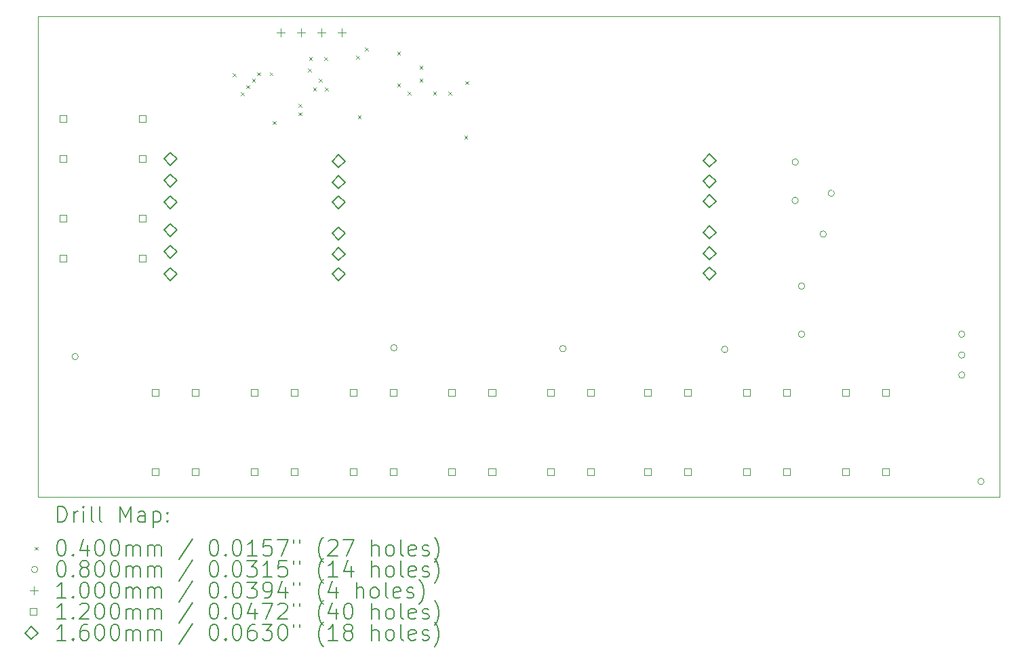
<source format=gbr>
%TF.GenerationSoftware,KiCad,Pcbnew,7.0.2-0*%
%TF.CreationDate,2024-05-03T02:11:51-07:00*%
%TF.ProjectId,EE156_2_Layer,45453135-365f-4325-9f4c-617965722e6b,rev?*%
%TF.SameCoordinates,Original*%
%TF.FileFunction,Drillmap*%
%TF.FilePolarity,Positive*%
%FSLAX45Y45*%
G04 Gerber Fmt 4.5, Leading zero omitted, Abs format (unit mm)*
G04 Created by KiCad (PCBNEW 7.0.2-0) date 2024-05-03 02:11:51*
%MOMM*%
%LPD*%
G01*
G04 APERTURE LIST*
%ADD10C,0.100000*%
%ADD11C,0.200000*%
%ADD12C,0.040000*%
%ADD13C,0.080000*%
%ADD14C,0.120000*%
%ADD15C,0.160000*%
G04 APERTURE END LIST*
D10*
X20280000Y-13360000D02*
X32280000Y-13360000D01*
X32280000Y-19360000D01*
X20280000Y-19360000D01*
X20280000Y-13360000D01*
D11*
D12*
X22710000Y-14070000D02*
X22750000Y-14110000D01*
X22750000Y-14070000D02*
X22710000Y-14110000D01*
X22810000Y-14310000D02*
X22850000Y-14350000D01*
X22850000Y-14310000D02*
X22810000Y-14350000D01*
X22880000Y-14220000D02*
X22920000Y-14260000D01*
X22920000Y-14220000D02*
X22880000Y-14260000D01*
X22950000Y-14140000D02*
X22990000Y-14180000D01*
X22990000Y-14140000D02*
X22950000Y-14180000D01*
X23010000Y-14060000D02*
X23050000Y-14100000D01*
X23050000Y-14060000D02*
X23010000Y-14100000D01*
X23170000Y-14060000D02*
X23210000Y-14100000D01*
X23210000Y-14060000D02*
X23170000Y-14100000D01*
X23210000Y-14668778D02*
X23250000Y-14708778D01*
X23250000Y-14668778D02*
X23210000Y-14708778D01*
X23530000Y-14450000D02*
X23570000Y-14490000D01*
X23570000Y-14450000D02*
X23530000Y-14490000D01*
X23530000Y-14560000D02*
X23570000Y-14600000D01*
X23570000Y-14560000D02*
X23530000Y-14600000D01*
X23650000Y-14010000D02*
X23690000Y-14050000D01*
X23690000Y-14010000D02*
X23650000Y-14050000D01*
X23660000Y-13870000D02*
X23700000Y-13910000D01*
X23700000Y-13870000D02*
X23660000Y-13910000D01*
X23710000Y-14250000D02*
X23750000Y-14290000D01*
X23750000Y-14250000D02*
X23710000Y-14290000D01*
X23780000Y-14140000D02*
X23820000Y-14180000D01*
X23820000Y-14140000D02*
X23780000Y-14180000D01*
X23850000Y-13870000D02*
X23890000Y-13910000D01*
X23890000Y-13870000D02*
X23850000Y-13910000D01*
X23860000Y-14250000D02*
X23900000Y-14290000D01*
X23900000Y-14250000D02*
X23860000Y-14290000D01*
X24250000Y-13850000D02*
X24290000Y-13890000D01*
X24290000Y-13850000D02*
X24250000Y-13890000D01*
X24270000Y-14600000D02*
X24310000Y-14640000D01*
X24310000Y-14600000D02*
X24270000Y-14640000D01*
X24360000Y-13750000D02*
X24400000Y-13790000D01*
X24400000Y-13750000D02*
X24360000Y-13790000D01*
X24760000Y-13800000D02*
X24800000Y-13840000D01*
X24800000Y-13800000D02*
X24760000Y-13840000D01*
X24760000Y-14200000D02*
X24800000Y-14240000D01*
X24800000Y-14200000D02*
X24760000Y-14240000D01*
X24890000Y-14300000D02*
X24930000Y-14340000D01*
X24930000Y-14300000D02*
X24890000Y-14340000D01*
X25040000Y-13980000D02*
X25080000Y-14020000D01*
X25080000Y-13980000D02*
X25040000Y-14020000D01*
X25040000Y-14140000D02*
X25080000Y-14180000D01*
X25080000Y-14140000D02*
X25040000Y-14180000D01*
X25210000Y-14300000D02*
X25250000Y-14340000D01*
X25250000Y-14300000D02*
X25210000Y-14340000D01*
X25400000Y-14300000D02*
X25440000Y-14340000D01*
X25440000Y-14300000D02*
X25400000Y-14340000D01*
X25600000Y-14850000D02*
X25640000Y-14890000D01*
X25640000Y-14850000D02*
X25600000Y-14890000D01*
X25610000Y-14170000D02*
X25650000Y-14210000D01*
X25650000Y-14170000D02*
X25610000Y-14210000D01*
D13*
X20780000Y-17610000D02*
G75*
G03*
X20780000Y-17610000I-40000J0D01*
G01*
X24760000Y-17500000D02*
G75*
G03*
X24760000Y-17500000I-40000J0D01*
G01*
X26870000Y-17510000D02*
G75*
G03*
X26870000Y-17510000I-40000J0D01*
G01*
X28890000Y-17520000D02*
G75*
G03*
X28890000Y-17520000I-40000J0D01*
G01*
X29770000Y-15180000D02*
G75*
G03*
X29770000Y-15180000I-40000J0D01*
G01*
X29770000Y-15660000D02*
G75*
G03*
X29770000Y-15660000I-40000J0D01*
G01*
X29850000Y-16730000D02*
G75*
G03*
X29850000Y-16730000I-40000J0D01*
G01*
X29850000Y-17330000D02*
G75*
G03*
X29850000Y-17330000I-40000J0D01*
G01*
X30120000Y-16080000D02*
G75*
G03*
X30120000Y-16080000I-40000J0D01*
G01*
X30220000Y-15570000D02*
G75*
G03*
X30220000Y-15570000I-40000J0D01*
G01*
X31850000Y-17330000D02*
G75*
G03*
X31850000Y-17330000I-40000J0D01*
G01*
X31850000Y-17590000D02*
G75*
G03*
X31850000Y-17590000I-40000J0D01*
G01*
X31850000Y-17840000D02*
G75*
G03*
X31850000Y-17840000I-40000J0D01*
G01*
X32090000Y-19170000D02*
G75*
G03*
X32090000Y-19170000I-40000J0D01*
G01*
D10*
X23310000Y-13510000D02*
X23310000Y-13610000D01*
X23260000Y-13560000D02*
X23360000Y-13560000D01*
X23564000Y-13510000D02*
X23564000Y-13610000D01*
X23514000Y-13560000D02*
X23614000Y-13560000D01*
X23818000Y-13510000D02*
X23818000Y-13610000D01*
X23768000Y-13560000D02*
X23868000Y-13560000D01*
X24072000Y-13510000D02*
X24072000Y-13610000D01*
X24022000Y-13560000D02*
X24122000Y-13560000D01*
D14*
X20630677Y-14682427D02*
X20630677Y-14597573D01*
X20545823Y-14597573D01*
X20545823Y-14682427D01*
X20630677Y-14682427D01*
X20630677Y-15182427D02*
X20630677Y-15097573D01*
X20545823Y-15097573D01*
X20545823Y-15182427D01*
X20630677Y-15182427D01*
X20630677Y-15922427D02*
X20630677Y-15837573D01*
X20545823Y-15837573D01*
X20545823Y-15922427D01*
X20630677Y-15922427D01*
X20630677Y-16422427D02*
X20630677Y-16337573D01*
X20545823Y-16337573D01*
X20545823Y-16422427D01*
X20630677Y-16422427D01*
X21620677Y-14682427D02*
X21620677Y-14597573D01*
X21535823Y-14597573D01*
X21535823Y-14682427D01*
X21620677Y-14682427D01*
X21620677Y-15182427D02*
X21620677Y-15097573D01*
X21535823Y-15097573D01*
X21535823Y-15182427D01*
X21620677Y-15182427D01*
X21620677Y-15922427D02*
X21620677Y-15837573D01*
X21535823Y-15837573D01*
X21535823Y-15922427D01*
X21620677Y-15922427D01*
X21620677Y-16422427D02*
X21620677Y-16337573D01*
X21535823Y-16337573D01*
X21535823Y-16422427D01*
X21620677Y-16422427D01*
X21782427Y-18104177D02*
X21782427Y-18019323D01*
X21697573Y-18019323D01*
X21697573Y-18104177D01*
X21782427Y-18104177D01*
X21782427Y-19094177D02*
X21782427Y-19009323D01*
X21697573Y-19009323D01*
X21697573Y-19094177D01*
X21782427Y-19094177D01*
X22282427Y-18104177D02*
X22282427Y-18019323D01*
X22197573Y-18019323D01*
X22197573Y-18104177D01*
X22282427Y-18104177D01*
X22282427Y-19094177D02*
X22282427Y-19009323D01*
X22197573Y-19009323D01*
X22197573Y-19094177D01*
X22282427Y-19094177D01*
X23017427Y-18104177D02*
X23017427Y-18019323D01*
X22932573Y-18019323D01*
X22932573Y-18104177D01*
X23017427Y-18104177D01*
X23017427Y-19094177D02*
X23017427Y-19009323D01*
X22932573Y-19009323D01*
X22932573Y-19094177D01*
X23017427Y-19094177D01*
X23517427Y-18104177D02*
X23517427Y-18019323D01*
X23432573Y-18019323D01*
X23432573Y-18104177D01*
X23517427Y-18104177D01*
X23517427Y-19094177D02*
X23517427Y-19009323D01*
X23432573Y-19009323D01*
X23432573Y-19094177D01*
X23517427Y-19094177D01*
X24252427Y-18104177D02*
X24252427Y-18019323D01*
X24167573Y-18019323D01*
X24167573Y-18104177D01*
X24252427Y-18104177D01*
X24252427Y-19094177D02*
X24252427Y-19009323D01*
X24167573Y-19009323D01*
X24167573Y-19094177D01*
X24252427Y-19094177D01*
X24752427Y-18104177D02*
X24752427Y-18019323D01*
X24667573Y-18019323D01*
X24667573Y-18104177D01*
X24752427Y-18104177D01*
X24752427Y-19094177D02*
X24752427Y-19009323D01*
X24667573Y-19009323D01*
X24667573Y-19094177D01*
X24752427Y-19094177D01*
X25487427Y-18104177D02*
X25487427Y-18019323D01*
X25402573Y-18019323D01*
X25402573Y-18104177D01*
X25487427Y-18104177D01*
X25487427Y-19094177D02*
X25487427Y-19009323D01*
X25402573Y-19009323D01*
X25402573Y-19094177D01*
X25487427Y-19094177D01*
X25987427Y-18104177D02*
X25987427Y-18019323D01*
X25902573Y-18019323D01*
X25902573Y-18104177D01*
X25987427Y-18104177D01*
X25987427Y-19094177D02*
X25987427Y-19009323D01*
X25902573Y-19009323D01*
X25902573Y-19094177D01*
X25987427Y-19094177D01*
X26722427Y-18104177D02*
X26722427Y-18019323D01*
X26637573Y-18019323D01*
X26637573Y-18104177D01*
X26722427Y-18104177D01*
X26722427Y-19094177D02*
X26722427Y-19009323D01*
X26637573Y-19009323D01*
X26637573Y-19094177D01*
X26722427Y-19094177D01*
X27222427Y-18104177D02*
X27222427Y-18019323D01*
X27137573Y-18019323D01*
X27137573Y-18104177D01*
X27222427Y-18104177D01*
X27222427Y-19094177D02*
X27222427Y-19009323D01*
X27137573Y-19009323D01*
X27137573Y-19094177D01*
X27222427Y-19094177D01*
X27932427Y-18104177D02*
X27932427Y-18019323D01*
X27847573Y-18019323D01*
X27847573Y-18104177D01*
X27932427Y-18104177D01*
X27932427Y-19094177D02*
X27932427Y-19009323D01*
X27847573Y-19009323D01*
X27847573Y-19094177D01*
X27932427Y-19094177D01*
X28432427Y-18104177D02*
X28432427Y-18019323D01*
X28347573Y-18019323D01*
X28347573Y-18104177D01*
X28432427Y-18104177D01*
X28432427Y-19094177D02*
X28432427Y-19009323D01*
X28347573Y-19009323D01*
X28347573Y-19094177D01*
X28432427Y-19094177D01*
X29167427Y-18104177D02*
X29167427Y-18019323D01*
X29082573Y-18019323D01*
X29082573Y-18104177D01*
X29167427Y-18104177D01*
X29167427Y-19094177D02*
X29167427Y-19009323D01*
X29082573Y-19009323D01*
X29082573Y-19094177D01*
X29167427Y-19094177D01*
X29667427Y-18104177D02*
X29667427Y-18019323D01*
X29582573Y-18019323D01*
X29582573Y-18104177D01*
X29667427Y-18104177D01*
X29667427Y-19094177D02*
X29667427Y-19009323D01*
X29582573Y-19009323D01*
X29582573Y-19094177D01*
X29667427Y-19094177D01*
X30402427Y-18104177D02*
X30402427Y-18019323D01*
X30317573Y-18019323D01*
X30317573Y-18104177D01*
X30402427Y-18104177D01*
X30402427Y-19094177D02*
X30402427Y-19009323D01*
X30317573Y-19009323D01*
X30317573Y-19094177D01*
X30402427Y-19094177D01*
X30902427Y-18104177D02*
X30902427Y-18019323D01*
X30817573Y-18019323D01*
X30817573Y-18104177D01*
X30902427Y-18104177D01*
X30902427Y-19094177D02*
X30902427Y-19009323D01*
X30817573Y-19009323D01*
X30817573Y-19094177D01*
X30902427Y-19094177D01*
D15*
X21930000Y-15220000D02*
X22010000Y-15140000D01*
X21930000Y-15060000D01*
X21850000Y-15140000D01*
X21930000Y-15220000D01*
X21930000Y-15490000D02*
X22010000Y-15410000D01*
X21930000Y-15330000D01*
X21850000Y-15410000D01*
X21930000Y-15490000D01*
X21930000Y-15760000D02*
X22010000Y-15680000D01*
X21930000Y-15600000D01*
X21850000Y-15680000D01*
X21930000Y-15760000D01*
X21930000Y-16110000D02*
X22010000Y-16030000D01*
X21930000Y-15950000D01*
X21850000Y-16030000D01*
X21930000Y-16110000D01*
X21930000Y-16380000D02*
X22010000Y-16300000D01*
X21930000Y-16220000D01*
X21850000Y-16300000D01*
X21930000Y-16380000D01*
X21930000Y-16660000D02*
X22010000Y-16580000D01*
X21930000Y-16500000D01*
X21850000Y-16580000D01*
X21930000Y-16660000D01*
X24030000Y-15250000D02*
X24110000Y-15170000D01*
X24030000Y-15090000D01*
X23950000Y-15170000D01*
X24030000Y-15250000D01*
X24030000Y-15510000D02*
X24110000Y-15430000D01*
X24030000Y-15350000D01*
X23950000Y-15430000D01*
X24030000Y-15510000D01*
X24030000Y-15760000D02*
X24110000Y-15680000D01*
X24030000Y-15600000D01*
X23950000Y-15680000D01*
X24030000Y-15760000D01*
X24030000Y-16150000D02*
X24110000Y-16070000D01*
X24030000Y-15990000D01*
X23950000Y-16070000D01*
X24030000Y-16150000D01*
X24030000Y-16410000D02*
X24110000Y-16330000D01*
X24030000Y-16250000D01*
X23950000Y-16330000D01*
X24030000Y-16410000D01*
X24030000Y-16660000D02*
X24110000Y-16580000D01*
X24030000Y-16500000D01*
X23950000Y-16580000D01*
X24030000Y-16660000D01*
X28660000Y-15240000D02*
X28740000Y-15160000D01*
X28660000Y-15080000D01*
X28580000Y-15160000D01*
X28660000Y-15240000D01*
X28660000Y-15500000D02*
X28740000Y-15420000D01*
X28660000Y-15340000D01*
X28580000Y-15420000D01*
X28660000Y-15500000D01*
X28660000Y-15750000D02*
X28740000Y-15670000D01*
X28660000Y-15590000D01*
X28580000Y-15670000D01*
X28660000Y-15750000D01*
X28660000Y-16140000D02*
X28740000Y-16060000D01*
X28660000Y-15980000D01*
X28580000Y-16060000D01*
X28660000Y-16140000D01*
X28660000Y-16400000D02*
X28740000Y-16320000D01*
X28660000Y-16240000D01*
X28580000Y-16320000D01*
X28660000Y-16400000D01*
X28660000Y-16650000D02*
X28740000Y-16570000D01*
X28660000Y-16490000D01*
X28580000Y-16570000D01*
X28660000Y-16650000D01*
D11*
X20522619Y-19677524D02*
X20522619Y-19477524D01*
X20522619Y-19477524D02*
X20570238Y-19477524D01*
X20570238Y-19477524D02*
X20598810Y-19487048D01*
X20598810Y-19487048D02*
X20617857Y-19506095D01*
X20617857Y-19506095D02*
X20627381Y-19525143D01*
X20627381Y-19525143D02*
X20636905Y-19563238D01*
X20636905Y-19563238D02*
X20636905Y-19591810D01*
X20636905Y-19591810D02*
X20627381Y-19629905D01*
X20627381Y-19629905D02*
X20617857Y-19648952D01*
X20617857Y-19648952D02*
X20598810Y-19668000D01*
X20598810Y-19668000D02*
X20570238Y-19677524D01*
X20570238Y-19677524D02*
X20522619Y-19677524D01*
X20722619Y-19677524D02*
X20722619Y-19544190D01*
X20722619Y-19582286D02*
X20732143Y-19563238D01*
X20732143Y-19563238D02*
X20741667Y-19553714D01*
X20741667Y-19553714D02*
X20760714Y-19544190D01*
X20760714Y-19544190D02*
X20779762Y-19544190D01*
X20846429Y-19677524D02*
X20846429Y-19544190D01*
X20846429Y-19477524D02*
X20836905Y-19487048D01*
X20836905Y-19487048D02*
X20846429Y-19496571D01*
X20846429Y-19496571D02*
X20855952Y-19487048D01*
X20855952Y-19487048D02*
X20846429Y-19477524D01*
X20846429Y-19477524D02*
X20846429Y-19496571D01*
X20970238Y-19677524D02*
X20951190Y-19668000D01*
X20951190Y-19668000D02*
X20941667Y-19648952D01*
X20941667Y-19648952D02*
X20941667Y-19477524D01*
X21075000Y-19677524D02*
X21055952Y-19668000D01*
X21055952Y-19668000D02*
X21046429Y-19648952D01*
X21046429Y-19648952D02*
X21046429Y-19477524D01*
X21303571Y-19677524D02*
X21303571Y-19477524D01*
X21303571Y-19477524D02*
X21370238Y-19620381D01*
X21370238Y-19620381D02*
X21436905Y-19477524D01*
X21436905Y-19477524D02*
X21436905Y-19677524D01*
X21617857Y-19677524D02*
X21617857Y-19572762D01*
X21617857Y-19572762D02*
X21608333Y-19553714D01*
X21608333Y-19553714D02*
X21589286Y-19544190D01*
X21589286Y-19544190D02*
X21551190Y-19544190D01*
X21551190Y-19544190D02*
X21532143Y-19553714D01*
X21617857Y-19668000D02*
X21598810Y-19677524D01*
X21598810Y-19677524D02*
X21551190Y-19677524D01*
X21551190Y-19677524D02*
X21532143Y-19668000D01*
X21532143Y-19668000D02*
X21522619Y-19648952D01*
X21522619Y-19648952D02*
X21522619Y-19629905D01*
X21522619Y-19629905D02*
X21532143Y-19610857D01*
X21532143Y-19610857D02*
X21551190Y-19601333D01*
X21551190Y-19601333D02*
X21598810Y-19601333D01*
X21598810Y-19601333D02*
X21617857Y-19591810D01*
X21713095Y-19544190D02*
X21713095Y-19744190D01*
X21713095Y-19553714D02*
X21732143Y-19544190D01*
X21732143Y-19544190D02*
X21770238Y-19544190D01*
X21770238Y-19544190D02*
X21789286Y-19553714D01*
X21789286Y-19553714D02*
X21798810Y-19563238D01*
X21798810Y-19563238D02*
X21808333Y-19582286D01*
X21808333Y-19582286D02*
X21808333Y-19639429D01*
X21808333Y-19639429D02*
X21798810Y-19658476D01*
X21798810Y-19658476D02*
X21789286Y-19668000D01*
X21789286Y-19668000D02*
X21770238Y-19677524D01*
X21770238Y-19677524D02*
X21732143Y-19677524D01*
X21732143Y-19677524D02*
X21713095Y-19668000D01*
X21894048Y-19658476D02*
X21903571Y-19668000D01*
X21903571Y-19668000D02*
X21894048Y-19677524D01*
X21894048Y-19677524D02*
X21884524Y-19668000D01*
X21884524Y-19668000D02*
X21894048Y-19658476D01*
X21894048Y-19658476D02*
X21894048Y-19677524D01*
X21894048Y-19553714D02*
X21903571Y-19563238D01*
X21903571Y-19563238D02*
X21894048Y-19572762D01*
X21894048Y-19572762D02*
X21884524Y-19563238D01*
X21884524Y-19563238D02*
X21894048Y-19553714D01*
X21894048Y-19553714D02*
X21894048Y-19572762D01*
D12*
X20235000Y-19985000D02*
X20275000Y-20025000D01*
X20275000Y-19985000D02*
X20235000Y-20025000D01*
D11*
X20560714Y-19897524D02*
X20579762Y-19897524D01*
X20579762Y-19897524D02*
X20598810Y-19907048D01*
X20598810Y-19907048D02*
X20608333Y-19916571D01*
X20608333Y-19916571D02*
X20617857Y-19935619D01*
X20617857Y-19935619D02*
X20627381Y-19973714D01*
X20627381Y-19973714D02*
X20627381Y-20021333D01*
X20627381Y-20021333D02*
X20617857Y-20059429D01*
X20617857Y-20059429D02*
X20608333Y-20078476D01*
X20608333Y-20078476D02*
X20598810Y-20088000D01*
X20598810Y-20088000D02*
X20579762Y-20097524D01*
X20579762Y-20097524D02*
X20560714Y-20097524D01*
X20560714Y-20097524D02*
X20541667Y-20088000D01*
X20541667Y-20088000D02*
X20532143Y-20078476D01*
X20532143Y-20078476D02*
X20522619Y-20059429D01*
X20522619Y-20059429D02*
X20513095Y-20021333D01*
X20513095Y-20021333D02*
X20513095Y-19973714D01*
X20513095Y-19973714D02*
X20522619Y-19935619D01*
X20522619Y-19935619D02*
X20532143Y-19916571D01*
X20532143Y-19916571D02*
X20541667Y-19907048D01*
X20541667Y-19907048D02*
X20560714Y-19897524D01*
X20713095Y-20078476D02*
X20722619Y-20088000D01*
X20722619Y-20088000D02*
X20713095Y-20097524D01*
X20713095Y-20097524D02*
X20703571Y-20088000D01*
X20703571Y-20088000D02*
X20713095Y-20078476D01*
X20713095Y-20078476D02*
X20713095Y-20097524D01*
X20894048Y-19964190D02*
X20894048Y-20097524D01*
X20846429Y-19888000D02*
X20798810Y-20030857D01*
X20798810Y-20030857D02*
X20922619Y-20030857D01*
X21036905Y-19897524D02*
X21055952Y-19897524D01*
X21055952Y-19897524D02*
X21075000Y-19907048D01*
X21075000Y-19907048D02*
X21084524Y-19916571D01*
X21084524Y-19916571D02*
X21094048Y-19935619D01*
X21094048Y-19935619D02*
X21103571Y-19973714D01*
X21103571Y-19973714D02*
X21103571Y-20021333D01*
X21103571Y-20021333D02*
X21094048Y-20059429D01*
X21094048Y-20059429D02*
X21084524Y-20078476D01*
X21084524Y-20078476D02*
X21075000Y-20088000D01*
X21075000Y-20088000D02*
X21055952Y-20097524D01*
X21055952Y-20097524D02*
X21036905Y-20097524D01*
X21036905Y-20097524D02*
X21017857Y-20088000D01*
X21017857Y-20088000D02*
X21008333Y-20078476D01*
X21008333Y-20078476D02*
X20998810Y-20059429D01*
X20998810Y-20059429D02*
X20989286Y-20021333D01*
X20989286Y-20021333D02*
X20989286Y-19973714D01*
X20989286Y-19973714D02*
X20998810Y-19935619D01*
X20998810Y-19935619D02*
X21008333Y-19916571D01*
X21008333Y-19916571D02*
X21017857Y-19907048D01*
X21017857Y-19907048D02*
X21036905Y-19897524D01*
X21227381Y-19897524D02*
X21246429Y-19897524D01*
X21246429Y-19897524D02*
X21265476Y-19907048D01*
X21265476Y-19907048D02*
X21275000Y-19916571D01*
X21275000Y-19916571D02*
X21284524Y-19935619D01*
X21284524Y-19935619D02*
X21294048Y-19973714D01*
X21294048Y-19973714D02*
X21294048Y-20021333D01*
X21294048Y-20021333D02*
X21284524Y-20059429D01*
X21284524Y-20059429D02*
X21275000Y-20078476D01*
X21275000Y-20078476D02*
X21265476Y-20088000D01*
X21265476Y-20088000D02*
X21246429Y-20097524D01*
X21246429Y-20097524D02*
X21227381Y-20097524D01*
X21227381Y-20097524D02*
X21208333Y-20088000D01*
X21208333Y-20088000D02*
X21198810Y-20078476D01*
X21198810Y-20078476D02*
X21189286Y-20059429D01*
X21189286Y-20059429D02*
X21179762Y-20021333D01*
X21179762Y-20021333D02*
X21179762Y-19973714D01*
X21179762Y-19973714D02*
X21189286Y-19935619D01*
X21189286Y-19935619D02*
X21198810Y-19916571D01*
X21198810Y-19916571D02*
X21208333Y-19907048D01*
X21208333Y-19907048D02*
X21227381Y-19897524D01*
X21379762Y-20097524D02*
X21379762Y-19964190D01*
X21379762Y-19983238D02*
X21389286Y-19973714D01*
X21389286Y-19973714D02*
X21408333Y-19964190D01*
X21408333Y-19964190D02*
X21436905Y-19964190D01*
X21436905Y-19964190D02*
X21455952Y-19973714D01*
X21455952Y-19973714D02*
X21465476Y-19992762D01*
X21465476Y-19992762D02*
X21465476Y-20097524D01*
X21465476Y-19992762D02*
X21475000Y-19973714D01*
X21475000Y-19973714D02*
X21494048Y-19964190D01*
X21494048Y-19964190D02*
X21522619Y-19964190D01*
X21522619Y-19964190D02*
X21541667Y-19973714D01*
X21541667Y-19973714D02*
X21551191Y-19992762D01*
X21551191Y-19992762D02*
X21551191Y-20097524D01*
X21646429Y-20097524D02*
X21646429Y-19964190D01*
X21646429Y-19983238D02*
X21655952Y-19973714D01*
X21655952Y-19973714D02*
X21675000Y-19964190D01*
X21675000Y-19964190D02*
X21703572Y-19964190D01*
X21703572Y-19964190D02*
X21722619Y-19973714D01*
X21722619Y-19973714D02*
X21732143Y-19992762D01*
X21732143Y-19992762D02*
X21732143Y-20097524D01*
X21732143Y-19992762D02*
X21741667Y-19973714D01*
X21741667Y-19973714D02*
X21760714Y-19964190D01*
X21760714Y-19964190D02*
X21789286Y-19964190D01*
X21789286Y-19964190D02*
X21808333Y-19973714D01*
X21808333Y-19973714D02*
X21817857Y-19992762D01*
X21817857Y-19992762D02*
X21817857Y-20097524D01*
X22208333Y-19888000D02*
X22036905Y-20145143D01*
X22465476Y-19897524D02*
X22484524Y-19897524D01*
X22484524Y-19897524D02*
X22503572Y-19907048D01*
X22503572Y-19907048D02*
X22513095Y-19916571D01*
X22513095Y-19916571D02*
X22522619Y-19935619D01*
X22522619Y-19935619D02*
X22532143Y-19973714D01*
X22532143Y-19973714D02*
X22532143Y-20021333D01*
X22532143Y-20021333D02*
X22522619Y-20059429D01*
X22522619Y-20059429D02*
X22513095Y-20078476D01*
X22513095Y-20078476D02*
X22503572Y-20088000D01*
X22503572Y-20088000D02*
X22484524Y-20097524D01*
X22484524Y-20097524D02*
X22465476Y-20097524D01*
X22465476Y-20097524D02*
X22446429Y-20088000D01*
X22446429Y-20088000D02*
X22436905Y-20078476D01*
X22436905Y-20078476D02*
X22427381Y-20059429D01*
X22427381Y-20059429D02*
X22417857Y-20021333D01*
X22417857Y-20021333D02*
X22417857Y-19973714D01*
X22417857Y-19973714D02*
X22427381Y-19935619D01*
X22427381Y-19935619D02*
X22436905Y-19916571D01*
X22436905Y-19916571D02*
X22446429Y-19907048D01*
X22446429Y-19907048D02*
X22465476Y-19897524D01*
X22617857Y-20078476D02*
X22627381Y-20088000D01*
X22627381Y-20088000D02*
X22617857Y-20097524D01*
X22617857Y-20097524D02*
X22608333Y-20088000D01*
X22608333Y-20088000D02*
X22617857Y-20078476D01*
X22617857Y-20078476D02*
X22617857Y-20097524D01*
X22751191Y-19897524D02*
X22770238Y-19897524D01*
X22770238Y-19897524D02*
X22789286Y-19907048D01*
X22789286Y-19907048D02*
X22798810Y-19916571D01*
X22798810Y-19916571D02*
X22808333Y-19935619D01*
X22808333Y-19935619D02*
X22817857Y-19973714D01*
X22817857Y-19973714D02*
X22817857Y-20021333D01*
X22817857Y-20021333D02*
X22808333Y-20059429D01*
X22808333Y-20059429D02*
X22798810Y-20078476D01*
X22798810Y-20078476D02*
X22789286Y-20088000D01*
X22789286Y-20088000D02*
X22770238Y-20097524D01*
X22770238Y-20097524D02*
X22751191Y-20097524D01*
X22751191Y-20097524D02*
X22732143Y-20088000D01*
X22732143Y-20088000D02*
X22722619Y-20078476D01*
X22722619Y-20078476D02*
X22713095Y-20059429D01*
X22713095Y-20059429D02*
X22703572Y-20021333D01*
X22703572Y-20021333D02*
X22703572Y-19973714D01*
X22703572Y-19973714D02*
X22713095Y-19935619D01*
X22713095Y-19935619D02*
X22722619Y-19916571D01*
X22722619Y-19916571D02*
X22732143Y-19907048D01*
X22732143Y-19907048D02*
X22751191Y-19897524D01*
X23008333Y-20097524D02*
X22894048Y-20097524D01*
X22951191Y-20097524D02*
X22951191Y-19897524D01*
X22951191Y-19897524D02*
X22932143Y-19926095D01*
X22932143Y-19926095D02*
X22913095Y-19945143D01*
X22913095Y-19945143D02*
X22894048Y-19954667D01*
X23189286Y-19897524D02*
X23094048Y-19897524D01*
X23094048Y-19897524D02*
X23084524Y-19992762D01*
X23084524Y-19992762D02*
X23094048Y-19983238D01*
X23094048Y-19983238D02*
X23113095Y-19973714D01*
X23113095Y-19973714D02*
X23160714Y-19973714D01*
X23160714Y-19973714D02*
X23179762Y-19983238D01*
X23179762Y-19983238D02*
X23189286Y-19992762D01*
X23189286Y-19992762D02*
X23198810Y-20011810D01*
X23198810Y-20011810D02*
X23198810Y-20059429D01*
X23198810Y-20059429D02*
X23189286Y-20078476D01*
X23189286Y-20078476D02*
X23179762Y-20088000D01*
X23179762Y-20088000D02*
X23160714Y-20097524D01*
X23160714Y-20097524D02*
X23113095Y-20097524D01*
X23113095Y-20097524D02*
X23094048Y-20088000D01*
X23094048Y-20088000D02*
X23084524Y-20078476D01*
X23265476Y-19897524D02*
X23398810Y-19897524D01*
X23398810Y-19897524D02*
X23313095Y-20097524D01*
X23465476Y-19897524D02*
X23465476Y-19935619D01*
X23541667Y-19897524D02*
X23541667Y-19935619D01*
X23836905Y-20173714D02*
X23827381Y-20164190D01*
X23827381Y-20164190D02*
X23808334Y-20135619D01*
X23808334Y-20135619D02*
X23798810Y-20116571D01*
X23798810Y-20116571D02*
X23789286Y-20088000D01*
X23789286Y-20088000D02*
X23779762Y-20040381D01*
X23779762Y-20040381D02*
X23779762Y-20002286D01*
X23779762Y-20002286D02*
X23789286Y-19954667D01*
X23789286Y-19954667D02*
X23798810Y-19926095D01*
X23798810Y-19926095D02*
X23808334Y-19907048D01*
X23808334Y-19907048D02*
X23827381Y-19878476D01*
X23827381Y-19878476D02*
X23836905Y-19868952D01*
X23903572Y-19916571D02*
X23913095Y-19907048D01*
X23913095Y-19907048D02*
X23932143Y-19897524D01*
X23932143Y-19897524D02*
X23979762Y-19897524D01*
X23979762Y-19897524D02*
X23998810Y-19907048D01*
X23998810Y-19907048D02*
X24008334Y-19916571D01*
X24008334Y-19916571D02*
X24017857Y-19935619D01*
X24017857Y-19935619D02*
X24017857Y-19954667D01*
X24017857Y-19954667D02*
X24008334Y-19983238D01*
X24008334Y-19983238D02*
X23894048Y-20097524D01*
X23894048Y-20097524D02*
X24017857Y-20097524D01*
X24084524Y-19897524D02*
X24217857Y-19897524D01*
X24217857Y-19897524D02*
X24132143Y-20097524D01*
X24446429Y-20097524D02*
X24446429Y-19897524D01*
X24532143Y-20097524D02*
X24532143Y-19992762D01*
X24532143Y-19992762D02*
X24522619Y-19973714D01*
X24522619Y-19973714D02*
X24503572Y-19964190D01*
X24503572Y-19964190D02*
X24475000Y-19964190D01*
X24475000Y-19964190D02*
X24455953Y-19973714D01*
X24455953Y-19973714D02*
X24446429Y-19983238D01*
X24655953Y-20097524D02*
X24636905Y-20088000D01*
X24636905Y-20088000D02*
X24627381Y-20078476D01*
X24627381Y-20078476D02*
X24617857Y-20059429D01*
X24617857Y-20059429D02*
X24617857Y-20002286D01*
X24617857Y-20002286D02*
X24627381Y-19983238D01*
X24627381Y-19983238D02*
X24636905Y-19973714D01*
X24636905Y-19973714D02*
X24655953Y-19964190D01*
X24655953Y-19964190D02*
X24684524Y-19964190D01*
X24684524Y-19964190D02*
X24703572Y-19973714D01*
X24703572Y-19973714D02*
X24713096Y-19983238D01*
X24713096Y-19983238D02*
X24722619Y-20002286D01*
X24722619Y-20002286D02*
X24722619Y-20059429D01*
X24722619Y-20059429D02*
X24713096Y-20078476D01*
X24713096Y-20078476D02*
X24703572Y-20088000D01*
X24703572Y-20088000D02*
X24684524Y-20097524D01*
X24684524Y-20097524D02*
X24655953Y-20097524D01*
X24836905Y-20097524D02*
X24817857Y-20088000D01*
X24817857Y-20088000D02*
X24808334Y-20068952D01*
X24808334Y-20068952D02*
X24808334Y-19897524D01*
X24989286Y-20088000D02*
X24970238Y-20097524D01*
X24970238Y-20097524D02*
X24932143Y-20097524D01*
X24932143Y-20097524D02*
X24913096Y-20088000D01*
X24913096Y-20088000D02*
X24903572Y-20068952D01*
X24903572Y-20068952D02*
X24903572Y-19992762D01*
X24903572Y-19992762D02*
X24913096Y-19973714D01*
X24913096Y-19973714D02*
X24932143Y-19964190D01*
X24932143Y-19964190D02*
X24970238Y-19964190D01*
X24970238Y-19964190D02*
X24989286Y-19973714D01*
X24989286Y-19973714D02*
X24998810Y-19992762D01*
X24998810Y-19992762D02*
X24998810Y-20011810D01*
X24998810Y-20011810D02*
X24903572Y-20030857D01*
X25075000Y-20088000D02*
X25094048Y-20097524D01*
X25094048Y-20097524D02*
X25132143Y-20097524D01*
X25132143Y-20097524D02*
X25151191Y-20088000D01*
X25151191Y-20088000D02*
X25160715Y-20068952D01*
X25160715Y-20068952D02*
X25160715Y-20059429D01*
X25160715Y-20059429D02*
X25151191Y-20040381D01*
X25151191Y-20040381D02*
X25132143Y-20030857D01*
X25132143Y-20030857D02*
X25103572Y-20030857D01*
X25103572Y-20030857D02*
X25084524Y-20021333D01*
X25084524Y-20021333D02*
X25075000Y-20002286D01*
X25075000Y-20002286D02*
X25075000Y-19992762D01*
X25075000Y-19992762D02*
X25084524Y-19973714D01*
X25084524Y-19973714D02*
X25103572Y-19964190D01*
X25103572Y-19964190D02*
X25132143Y-19964190D01*
X25132143Y-19964190D02*
X25151191Y-19973714D01*
X25227381Y-20173714D02*
X25236905Y-20164190D01*
X25236905Y-20164190D02*
X25255953Y-20135619D01*
X25255953Y-20135619D02*
X25265477Y-20116571D01*
X25265477Y-20116571D02*
X25275000Y-20088000D01*
X25275000Y-20088000D02*
X25284524Y-20040381D01*
X25284524Y-20040381D02*
X25284524Y-20002286D01*
X25284524Y-20002286D02*
X25275000Y-19954667D01*
X25275000Y-19954667D02*
X25265477Y-19926095D01*
X25265477Y-19926095D02*
X25255953Y-19907048D01*
X25255953Y-19907048D02*
X25236905Y-19878476D01*
X25236905Y-19878476D02*
X25227381Y-19868952D01*
D13*
X20275000Y-20269000D02*
G75*
G03*
X20275000Y-20269000I-40000J0D01*
G01*
D11*
X20560714Y-20161524D02*
X20579762Y-20161524D01*
X20579762Y-20161524D02*
X20598810Y-20171048D01*
X20598810Y-20171048D02*
X20608333Y-20180571D01*
X20608333Y-20180571D02*
X20617857Y-20199619D01*
X20617857Y-20199619D02*
X20627381Y-20237714D01*
X20627381Y-20237714D02*
X20627381Y-20285333D01*
X20627381Y-20285333D02*
X20617857Y-20323429D01*
X20617857Y-20323429D02*
X20608333Y-20342476D01*
X20608333Y-20342476D02*
X20598810Y-20352000D01*
X20598810Y-20352000D02*
X20579762Y-20361524D01*
X20579762Y-20361524D02*
X20560714Y-20361524D01*
X20560714Y-20361524D02*
X20541667Y-20352000D01*
X20541667Y-20352000D02*
X20532143Y-20342476D01*
X20532143Y-20342476D02*
X20522619Y-20323429D01*
X20522619Y-20323429D02*
X20513095Y-20285333D01*
X20513095Y-20285333D02*
X20513095Y-20237714D01*
X20513095Y-20237714D02*
X20522619Y-20199619D01*
X20522619Y-20199619D02*
X20532143Y-20180571D01*
X20532143Y-20180571D02*
X20541667Y-20171048D01*
X20541667Y-20171048D02*
X20560714Y-20161524D01*
X20713095Y-20342476D02*
X20722619Y-20352000D01*
X20722619Y-20352000D02*
X20713095Y-20361524D01*
X20713095Y-20361524D02*
X20703571Y-20352000D01*
X20703571Y-20352000D02*
X20713095Y-20342476D01*
X20713095Y-20342476D02*
X20713095Y-20361524D01*
X20836905Y-20247238D02*
X20817857Y-20237714D01*
X20817857Y-20237714D02*
X20808333Y-20228190D01*
X20808333Y-20228190D02*
X20798810Y-20209143D01*
X20798810Y-20209143D02*
X20798810Y-20199619D01*
X20798810Y-20199619D02*
X20808333Y-20180571D01*
X20808333Y-20180571D02*
X20817857Y-20171048D01*
X20817857Y-20171048D02*
X20836905Y-20161524D01*
X20836905Y-20161524D02*
X20875000Y-20161524D01*
X20875000Y-20161524D02*
X20894048Y-20171048D01*
X20894048Y-20171048D02*
X20903571Y-20180571D01*
X20903571Y-20180571D02*
X20913095Y-20199619D01*
X20913095Y-20199619D02*
X20913095Y-20209143D01*
X20913095Y-20209143D02*
X20903571Y-20228190D01*
X20903571Y-20228190D02*
X20894048Y-20237714D01*
X20894048Y-20237714D02*
X20875000Y-20247238D01*
X20875000Y-20247238D02*
X20836905Y-20247238D01*
X20836905Y-20247238D02*
X20817857Y-20256762D01*
X20817857Y-20256762D02*
X20808333Y-20266286D01*
X20808333Y-20266286D02*
X20798810Y-20285333D01*
X20798810Y-20285333D02*
X20798810Y-20323429D01*
X20798810Y-20323429D02*
X20808333Y-20342476D01*
X20808333Y-20342476D02*
X20817857Y-20352000D01*
X20817857Y-20352000D02*
X20836905Y-20361524D01*
X20836905Y-20361524D02*
X20875000Y-20361524D01*
X20875000Y-20361524D02*
X20894048Y-20352000D01*
X20894048Y-20352000D02*
X20903571Y-20342476D01*
X20903571Y-20342476D02*
X20913095Y-20323429D01*
X20913095Y-20323429D02*
X20913095Y-20285333D01*
X20913095Y-20285333D02*
X20903571Y-20266286D01*
X20903571Y-20266286D02*
X20894048Y-20256762D01*
X20894048Y-20256762D02*
X20875000Y-20247238D01*
X21036905Y-20161524D02*
X21055952Y-20161524D01*
X21055952Y-20161524D02*
X21075000Y-20171048D01*
X21075000Y-20171048D02*
X21084524Y-20180571D01*
X21084524Y-20180571D02*
X21094048Y-20199619D01*
X21094048Y-20199619D02*
X21103571Y-20237714D01*
X21103571Y-20237714D02*
X21103571Y-20285333D01*
X21103571Y-20285333D02*
X21094048Y-20323429D01*
X21094048Y-20323429D02*
X21084524Y-20342476D01*
X21084524Y-20342476D02*
X21075000Y-20352000D01*
X21075000Y-20352000D02*
X21055952Y-20361524D01*
X21055952Y-20361524D02*
X21036905Y-20361524D01*
X21036905Y-20361524D02*
X21017857Y-20352000D01*
X21017857Y-20352000D02*
X21008333Y-20342476D01*
X21008333Y-20342476D02*
X20998810Y-20323429D01*
X20998810Y-20323429D02*
X20989286Y-20285333D01*
X20989286Y-20285333D02*
X20989286Y-20237714D01*
X20989286Y-20237714D02*
X20998810Y-20199619D01*
X20998810Y-20199619D02*
X21008333Y-20180571D01*
X21008333Y-20180571D02*
X21017857Y-20171048D01*
X21017857Y-20171048D02*
X21036905Y-20161524D01*
X21227381Y-20161524D02*
X21246429Y-20161524D01*
X21246429Y-20161524D02*
X21265476Y-20171048D01*
X21265476Y-20171048D02*
X21275000Y-20180571D01*
X21275000Y-20180571D02*
X21284524Y-20199619D01*
X21284524Y-20199619D02*
X21294048Y-20237714D01*
X21294048Y-20237714D02*
X21294048Y-20285333D01*
X21294048Y-20285333D02*
X21284524Y-20323429D01*
X21284524Y-20323429D02*
X21275000Y-20342476D01*
X21275000Y-20342476D02*
X21265476Y-20352000D01*
X21265476Y-20352000D02*
X21246429Y-20361524D01*
X21246429Y-20361524D02*
X21227381Y-20361524D01*
X21227381Y-20361524D02*
X21208333Y-20352000D01*
X21208333Y-20352000D02*
X21198810Y-20342476D01*
X21198810Y-20342476D02*
X21189286Y-20323429D01*
X21189286Y-20323429D02*
X21179762Y-20285333D01*
X21179762Y-20285333D02*
X21179762Y-20237714D01*
X21179762Y-20237714D02*
X21189286Y-20199619D01*
X21189286Y-20199619D02*
X21198810Y-20180571D01*
X21198810Y-20180571D02*
X21208333Y-20171048D01*
X21208333Y-20171048D02*
X21227381Y-20161524D01*
X21379762Y-20361524D02*
X21379762Y-20228190D01*
X21379762Y-20247238D02*
X21389286Y-20237714D01*
X21389286Y-20237714D02*
X21408333Y-20228190D01*
X21408333Y-20228190D02*
X21436905Y-20228190D01*
X21436905Y-20228190D02*
X21455952Y-20237714D01*
X21455952Y-20237714D02*
X21465476Y-20256762D01*
X21465476Y-20256762D02*
X21465476Y-20361524D01*
X21465476Y-20256762D02*
X21475000Y-20237714D01*
X21475000Y-20237714D02*
X21494048Y-20228190D01*
X21494048Y-20228190D02*
X21522619Y-20228190D01*
X21522619Y-20228190D02*
X21541667Y-20237714D01*
X21541667Y-20237714D02*
X21551191Y-20256762D01*
X21551191Y-20256762D02*
X21551191Y-20361524D01*
X21646429Y-20361524D02*
X21646429Y-20228190D01*
X21646429Y-20247238D02*
X21655952Y-20237714D01*
X21655952Y-20237714D02*
X21675000Y-20228190D01*
X21675000Y-20228190D02*
X21703572Y-20228190D01*
X21703572Y-20228190D02*
X21722619Y-20237714D01*
X21722619Y-20237714D02*
X21732143Y-20256762D01*
X21732143Y-20256762D02*
X21732143Y-20361524D01*
X21732143Y-20256762D02*
X21741667Y-20237714D01*
X21741667Y-20237714D02*
X21760714Y-20228190D01*
X21760714Y-20228190D02*
X21789286Y-20228190D01*
X21789286Y-20228190D02*
X21808333Y-20237714D01*
X21808333Y-20237714D02*
X21817857Y-20256762D01*
X21817857Y-20256762D02*
X21817857Y-20361524D01*
X22208333Y-20152000D02*
X22036905Y-20409143D01*
X22465476Y-20161524D02*
X22484524Y-20161524D01*
X22484524Y-20161524D02*
X22503572Y-20171048D01*
X22503572Y-20171048D02*
X22513095Y-20180571D01*
X22513095Y-20180571D02*
X22522619Y-20199619D01*
X22522619Y-20199619D02*
X22532143Y-20237714D01*
X22532143Y-20237714D02*
X22532143Y-20285333D01*
X22532143Y-20285333D02*
X22522619Y-20323429D01*
X22522619Y-20323429D02*
X22513095Y-20342476D01*
X22513095Y-20342476D02*
X22503572Y-20352000D01*
X22503572Y-20352000D02*
X22484524Y-20361524D01*
X22484524Y-20361524D02*
X22465476Y-20361524D01*
X22465476Y-20361524D02*
X22446429Y-20352000D01*
X22446429Y-20352000D02*
X22436905Y-20342476D01*
X22436905Y-20342476D02*
X22427381Y-20323429D01*
X22427381Y-20323429D02*
X22417857Y-20285333D01*
X22417857Y-20285333D02*
X22417857Y-20237714D01*
X22417857Y-20237714D02*
X22427381Y-20199619D01*
X22427381Y-20199619D02*
X22436905Y-20180571D01*
X22436905Y-20180571D02*
X22446429Y-20171048D01*
X22446429Y-20171048D02*
X22465476Y-20161524D01*
X22617857Y-20342476D02*
X22627381Y-20352000D01*
X22627381Y-20352000D02*
X22617857Y-20361524D01*
X22617857Y-20361524D02*
X22608333Y-20352000D01*
X22608333Y-20352000D02*
X22617857Y-20342476D01*
X22617857Y-20342476D02*
X22617857Y-20361524D01*
X22751191Y-20161524D02*
X22770238Y-20161524D01*
X22770238Y-20161524D02*
X22789286Y-20171048D01*
X22789286Y-20171048D02*
X22798810Y-20180571D01*
X22798810Y-20180571D02*
X22808333Y-20199619D01*
X22808333Y-20199619D02*
X22817857Y-20237714D01*
X22817857Y-20237714D02*
X22817857Y-20285333D01*
X22817857Y-20285333D02*
X22808333Y-20323429D01*
X22808333Y-20323429D02*
X22798810Y-20342476D01*
X22798810Y-20342476D02*
X22789286Y-20352000D01*
X22789286Y-20352000D02*
X22770238Y-20361524D01*
X22770238Y-20361524D02*
X22751191Y-20361524D01*
X22751191Y-20361524D02*
X22732143Y-20352000D01*
X22732143Y-20352000D02*
X22722619Y-20342476D01*
X22722619Y-20342476D02*
X22713095Y-20323429D01*
X22713095Y-20323429D02*
X22703572Y-20285333D01*
X22703572Y-20285333D02*
X22703572Y-20237714D01*
X22703572Y-20237714D02*
X22713095Y-20199619D01*
X22713095Y-20199619D02*
X22722619Y-20180571D01*
X22722619Y-20180571D02*
X22732143Y-20171048D01*
X22732143Y-20171048D02*
X22751191Y-20161524D01*
X22884524Y-20161524D02*
X23008333Y-20161524D01*
X23008333Y-20161524D02*
X22941667Y-20237714D01*
X22941667Y-20237714D02*
X22970238Y-20237714D01*
X22970238Y-20237714D02*
X22989286Y-20247238D01*
X22989286Y-20247238D02*
X22998810Y-20256762D01*
X22998810Y-20256762D02*
X23008333Y-20275810D01*
X23008333Y-20275810D02*
X23008333Y-20323429D01*
X23008333Y-20323429D02*
X22998810Y-20342476D01*
X22998810Y-20342476D02*
X22989286Y-20352000D01*
X22989286Y-20352000D02*
X22970238Y-20361524D01*
X22970238Y-20361524D02*
X22913095Y-20361524D01*
X22913095Y-20361524D02*
X22894048Y-20352000D01*
X22894048Y-20352000D02*
X22884524Y-20342476D01*
X23198810Y-20361524D02*
X23084524Y-20361524D01*
X23141667Y-20361524D02*
X23141667Y-20161524D01*
X23141667Y-20161524D02*
X23122619Y-20190095D01*
X23122619Y-20190095D02*
X23103572Y-20209143D01*
X23103572Y-20209143D02*
X23084524Y-20218667D01*
X23379762Y-20161524D02*
X23284524Y-20161524D01*
X23284524Y-20161524D02*
X23275000Y-20256762D01*
X23275000Y-20256762D02*
X23284524Y-20247238D01*
X23284524Y-20247238D02*
X23303572Y-20237714D01*
X23303572Y-20237714D02*
X23351191Y-20237714D01*
X23351191Y-20237714D02*
X23370238Y-20247238D01*
X23370238Y-20247238D02*
X23379762Y-20256762D01*
X23379762Y-20256762D02*
X23389286Y-20275810D01*
X23389286Y-20275810D02*
X23389286Y-20323429D01*
X23389286Y-20323429D02*
X23379762Y-20342476D01*
X23379762Y-20342476D02*
X23370238Y-20352000D01*
X23370238Y-20352000D02*
X23351191Y-20361524D01*
X23351191Y-20361524D02*
X23303572Y-20361524D01*
X23303572Y-20361524D02*
X23284524Y-20352000D01*
X23284524Y-20352000D02*
X23275000Y-20342476D01*
X23465476Y-20161524D02*
X23465476Y-20199619D01*
X23541667Y-20161524D02*
X23541667Y-20199619D01*
X23836905Y-20437714D02*
X23827381Y-20428190D01*
X23827381Y-20428190D02*
X23808334Y-20399619D01*
X23808334Y-20399619D02*
X23798810Y-20380571D01*
X23798810Y-20380571D02*
X23789286Y-20352000D01*
X23789286Y-20352000D02*
X23779762Y-20304381D01*
X23779762Y-20304381D02*
X23779762Y-20266286D01*
X23779762Y-20266286D02*
X23789286Y-20218667D01*
X23789286Y-20218667D02*
X23798810Y-20190095D01*
X23798810Y-20190095D02*
X23808334Y-20171048D01*
X23808334Y-20171048D02*
X23827381Y-20142476D01*
X23827381Y-20142476D02*
X23836905Y-20132952D01*
X24017857Y-20361524D02*
X23903572Y-20361524D01*
X23960714Y-20361524D02*
X23960714Y-20161524D01*
X23960714Y-20161524D02*
X23941667Y-20190095D01*
X23941667Y-20190095D02*
X23922619Y-20209143D01*
X23922619Y-20209143D02*
X23903572Y-20218667D01*
X24189286Y-20228190D02*
X24189286Y-20361524D01*
X24141667Y-20152000D02*
X24094048Y-20294857D01*
X24094048Y-20294857D02*
X24217857Y-20294857D01*
X24446429Y-20361524D02*
X24446429Y-20161524D01*
X24532143Y-20361524D02*
X24532143Y-20256762D01*
X24532143Y-20256762D02*
X24522619Y-20237714D01*
X24522619Y-20237714D02*
X24503572Y-20228190D01*
X24503572Y-20228190D02*
X24475000Y-20228190D01*
X24475000Y-20228190D02*
X24455953Y-20237714D01*
X24455953Y-20237714D02*
X24446429Y-20247238D01*
X24655953Y-20361524D02*
X24636905Y-20352000D01*
X24636905Y-20352000D02*
X24627381Y-20342476D01*
X24627381Y-20342476D02*
X24617857Y-20323429D01*
X24617857Y-20323429D02*
X24617857Y-20266286D01*
X24617857Y-20266286D02*
X24627381Y-20247238D01*
X24627381Y-20247238D02*
X24636905Y-20237714D01*
X24636905Y-20237714D02*
X24655953Y-20228190D01*
X24655953Y-20228190D02*
X24684524Y-20228190D01*
X24684524Y-20228190D02*
X24703572Y-20237714D01*
X24703572Y-20237714D02*
X24713096Y-20247238D01*
X24713096Y-20247238D02*
X24722619Y-20266286D01*
X24722619Y-20266286D02*
X24722619Y-20323429D01*
X24722619Y-20323429D02*
X24713096Y-20342476D01*
X24713096Y-20342476D02*
X24703572Y-20352000D01*
X24703572Y-20352000D02*
X24684524Y-20361524D01*
X24684524Y-20361524D02*
X24655953Y-20361524D01*
X24836905Y-20361524D02*
X24817857Y-20352000D01*
X24817857Y-20352000D02*
X24808334Y-20332952D01*
X24808334Y-20332952D02*
X24808334Y-20161524D01*
X24989286Y-20352000D02*
X24970238Y-20361524D01*
X24970238Y-20361524D02*
X24932143Y-20361524D01*
X24932143Y-20361524D02*
X24913096Y-20352000D01*
X24913096Y-20352000D02*
X24903572Y-20332952D01*
X24903572Y-20332952D02*
X24903572Y-20256762D01*
X24903572Y-20256762D02*
X24913096Y-20237714D01*
X24913096Y-20237714D02*
X24932143Y-20228190D01*
X24932143Y-20228190D02*
X24970238Y-20228190D01*
X24970238Y-20228190D02*
X24989286Y-20237714D01*
X24989286Y-20237714D02*
X24998810Y-20256762D01*
X24998810Y-20256762D02*
X24998810Y-20275810D01*
X24998810Y-20275810D02*
X24903572Y-20294857D01*
X25075000Y-20352000D02*
X25094048Y-20361524D01*
X25094048Y-20361524D02*
X25132143Y-20361524D01*
X25132143Y-20361524D02*
X25151191Y-20352000D01*
X25151191Y-20352000D02*
X25160715Y-20332952D01*
X25160715Y-20332952D02*
X25160715Y-20323429D01*
X25160715Y-20323429D02*
X25151191Y-20304381D01*
X25151191Y-20304381D02*
X25132143Y-20294857D01*
X25132143Y-20294857D02*
X25103572Y-20294857D01*
X25103572Y-20294857D02*
X25084524Y-20285333D01*
X25084524Y-20285333D02*
X25075000Y-20266286D01*
X25075000Y-20266286D02*
X25075000Y-20256762D01*
X25075000Y-20256762D02*
X25084524Y-20237714D01*
X25084524Y-20237714D02*
X25103572Y-20228190D01*
X25103572Y-20228190D02*
X25132143Y-20228190D01*
X25132143Y-20228190D02*
X25151191Y-20237714D01*
X25227381Y-20437714D02*
X25236905Y-20428190D01*
X25236905Y-20428190D02*
X25255953Y-20399619D01*
X25255953Y-20399619D02*
X25265477Y-20380571D01*
X25265477Y-20380571D02*
X25275000Y-20352000D01*
X25275000Y-20352000D02*
X25284524Y-20304381D01*
X25284524Y-20304381D02*
X25284524Y-20266286D01*
X25284524Y-20266286D02*
X25275000Y-20218667D01*
X25275000Y-20218667D02*
X25265477Y-20190095D01*
X25265477Y-20190095D02*
X25255953Y-20171048D01*
X25255953Y-20171048D02*
X25236905Y-20142476D01*
X25236905Y-20142476D02*
X25227381Y-20132952D01*
D10*
X20225000Y-20483000D02*
X20225000Y-20583000D01*
X20175000Y-20533000D02*
X20275000Y-20533000D01*
D11*
X20627381Y-20625524D02*
X20513095Y-20625524D01*
X20570238Y-20625524D02*
X20570238Y-20425524D01*
X20570238Y-20425524D02*
X20551190Y-20454095D01*
X20551190Y-20454095D02*
X20532143Y-20473143D01*
X20532143Y-20473143D02*
X20513095Y-20482667D01*
X20713095Y-20606476D02*
X20722619Y-20616000D01*
X20722619Y-20616000D02*
X20713095Y-20625524D01*
X20713095Y-20625524D02*
X20703571Y-20616000D01*
X20703571Y-20616000D02*
X20713095Y-20606476D01*
X20713095Y-20606476D02*
X20713095Y-20625524D01*
X20846429Y-20425524D02*
X20865476Y-20425524D01*
X20865476Y-20425524D02*
X20884524Y-20435048D01*
X20884524Y-20435048D02*
X20894048Y-20444571D01*
X20894048Y-20444571D02*
X20903571Y-20463619D01*
X20903571Y-20463619D02*
X20913095Y-20501714D01*
X20913095Y-20501714D02*
X20913095Y-20549333D01*
X20913095Y-20549333D02*
X20903571Y-20587429D01*
X20903571Y-20587429D02*
X20894048Y-20606476D01*
X20894048Y-20606476D02*
X20884524Y-20616000D01*
X20884524Y-20616000D02*
X20865476Y-20625524D01*
X20865476Y-20625524D02*
X20846429Y-20625524D01*
X20846429Y-20625524D02*
X20827381Y-20616000D01*
X20827381Y-20616000D02*
X20817857Y-20606476D01*
X20817857Y-20606476D02*
X20808333Y-20587429D01*
X20808333Y-20587429D02*
X20798810Y-20549333D01*
X20798810Y-20549333D02*
X20798810Y-20501714D01*
X20798810Y-20501714D02*
X20808333Y-20463619D01*
X20808333Y-20463619D02*
X20817857Y-20444571D01*
X20817857Y-20444571D02*
X20827381Y-20435048D01*
X20827381Y-20435048D02*
X20846429Y-20425524D01*
X21036905Y-20425524D02*
X21055952Y-20425524D01*
X21055952Y-20425524D02*
X21075000Y-20435048D01*
X21075000Y-20435048D02*
X21084524Y-20444571D01*
X21084524Y-20444571D02*
X21094048Y-20463619D01*
X21094048Y-20463619D02*
X21103571Y-20501714D01*
X21103571Y-20501714D02*
X21103571Y-20549333D01*
X21103571Y-20549333D02*
X21094048Y-20587429D01*
X21094048Y-20587429D02*
X21084524Y-20606476D01*
X21084524Y-20606476D02*
X21075000Y-20616000D01*
X21075000Y-20616000D02*
X21055952Y-20625524D01*
X21055952Y-20625524D02*
X21036905Y-20625524D01*
X21036905Y-20625524D02*
X21017857Y-20616000D01*
X21017857Y-20616000D02*
X21008333Y-20606476D01*
X21008333Y-20606476D02*
X20998810Y-20587429D01*
X20998810Y-20587429D02*
X20989286Y-20549333D01*
X20989286Y-20549333D02*
X20989286Y-20501714D01*
X20989286Y-20501714D02*
X20998810Y-20463619D01*
X20998810Y-20463619D02*
X21008333Y-20444571D01*
X21008333Y-20444571D02*
X21017857Y-20435048D01*
X21017857Y-20435048D02*
X21036905Y-20425524D01*
X21227381Y-20425524D02*
X21246429Y-20425524D01*
X21246429Y-20425524D02*
X21265476Y-20435048D01*
X21265476Y-20435048D02*
X21275000Y-20444571D01*
X21275000Y-20444571D02*
X21284524Y-20463619D01*
X21284524Y-20463619D02*
X21294048Y-20501714D01*
X21294048Y-20501714D02*
X21294048Y-20549333D01*
X21294048Y-20549333D02*
X21284524Y-20587429D01*
X21284524Y-20587429D02*
X21275000Y-20606476D01*
X21275000Y-20606476D02*
X21265476Y-20616000D01*
X21265476Y-20616000D02*
X21246429Y-20625524D01*
X21246429Y-20625524D02*
X21227381Y-20625524D01*
X21227381Y-20625524D02*
X21208333Y-20616000D01*
X21208333Y-20616000D02*
X21198810Y-20606476D01*
X21198810Y-20606476D02*
X21189286Y-20587429D01*
X21189286Y-20587429D02*
X21179762Y-20549333D01*
X21179762Y-20549333D02*
X21179762Y-20501714D01*
X21179762Y-20501714D02*
X21189286Y-20463619D01*
X21189286Y-20463619D02*
X21198810Y-20444571D01*
X21198810Y-20444571D02*
X21208333Y-20435048D01*
X21208333Y-20435048D02*
X21227381Y-20425524D01*
X21379762Y-20625524D02*
X21379762Y-20492190D01*
X21379762Y-20511238D02*
X21389286Y-20501714D01*
X21389286Y-20501714D02*
X21408333Y-20492190D01*
X21408333Y-20492190D02*
X21436905Y-20492190D01*
X21436905Y-20492190D02*
X21455952Y-20501714D01*
X21455952Y-20501714D02*
X21465476Y-20520762D01*
X21465476Y-20520762D02*
X21465476Y-20625524D01*
X21465476Y-20520762D02*
X21475000Y-20501714D01*
X21475000Y-20501714D02*
X21494048Y-20492190D01*
X21494048Y-20492190D02*
X21522619Y-20492190D01*
X21522619Y-20492190D02*
X21541667Y-20501714D01*
X21541667Y-20501714D02*
X21551191Y-20520762D01*
X21551191Y-20520762D02*
X21551191Y-20625524D01*
X21646429Y-20625524D02*
X21646429Y-20492190D01*
X21646429Y-20511238D02*
X21655952Y-20501714D01*
X21655952Y-20501714D02*
X21675000Y-20492190D01*
X21675000Y-20492190D02*
X21703572Y-20492190D01*
X21703572Y-20492190D02*
X21722619Y-20501714D01*
X21722619Y-20501714D02*
X21732143Y-20520762D01*
X21732143Y-20520762D02*
X21732143Y-20625524D01*
X21732143Y-20520762D02*
X21741667Y-20501714D01*
X21741667Y-20501714D02*
X21760714Y-20492190D01*
X21760714Y-20492190D02*
X21789286Y-20492190D01*
X21789286Y-20492190D02*
X21808333Y-20501714D01*
X21808333Y-20501714D02*
X21817857Y-20520762D01*
X21817857Y-20520762D02*
X21817857Y-20625524D01*
X22208333Y-20416000D02*
X22036905Y-20673143D01*
X22465476Y-20425524D02*
X22484524Y-20425524D01*
X22484524Y-20425524D02*
X22503572Y-20435048D01*
X22503572Y-20435048D02*
X22513095Y-20444571D01*
X22513095Y-20444571D02*
X22522619Y-20463619D01*
X22522619Y-20463619D02*
X22532143Y-20501714D01*
X22532143Y-20501714D02*
X22532143Y-20549333D01*
X22532143Y-20549333D02*
X22522619Y-20587429D01*
X22522619Y-20587429D02*
X22513095Y-20606476D01*
X22513095Y-20606476D02*
X22503572Y-20616000D01*
X22503572Y-20616000D02*
X22484524Y-20625524D01*
X22484524Y-20625524D02*
X22465476Y-20625524D01*
X22465476Y-20625524D02*
X22446429Y-20616000D01*
X22446429Y-20616000D02*
X22436905Y-20606476D01*
X22436905Y-20606476D02*
X22427381Y-20587429D01*
X22427381Y-20587429D02*
X22417857Y-20549333D01*
X22417857Y-20549333D02*
X22417857Y-20501714D01*
X22417857Y-20501714D02*
X22427381Y-20463619D01*
X22427381Y-20463619D02*
X22436905Y-20444571D01*
X22436905Y-20444571D02*
X22446429Y-20435048D01*
X22446429Y-20435048D02*
X22465476Y-20425524D01*
X22617857Y-20606476D02*
X22627381Y-20616000D01*
X22627381Y-20616000D02*
X22617857Y-20625524D01*
X22617857Y-20625524D02*
X22608333Y-20616000D01*
X22608333Y-20616000D02*
X22617857Y-20606476D01*
X22617857Y-20606476D02*
X22617857Y-20625524D01*
X22751191Y-20425524D02*
X22770238Y-20425524D01*
X22770238Y-20425524D02*
X22789286Y-20435048D01*
X22789286Y-20435048D02*
X22798810Y-20444571D01*
X22798810Y-20444571D02*
X22808333Y-20463619D01*
X22808333Y-20463619D02*
X22817857Y-20501714D01*
X22817857Y-20501714D02*
X22817857Y-20549333D01*
X22817857Y-20549333D02*
X22808333Y-20587429D01*
X22808333Y-20587429D02*
X22798810Y-20606476D01*
X22798810Y-20606476D02*
X22789286Y-20616000D01*
X22789286Y-20616000D02*
X22770238Y-20625524D01*
X22770238Y-20625524D02*
X22751191Y-20625524D01*
X22751191Y-20625524D02*
X22732143Y-20616000D01*
X22732143Y-20616000D02*
X22722619Y-20606476D01*
X22722619Y-20606476D02*
X22713095Y-20587429D01*
X22713095Y-20587429D02*
X22703572Y-20549333D01*
X22703572Y-20549333D02*
X22703572Y-20501714D01*
X22703572Y-20501714D02*
X22713095Y-20463619D01*
X22713095Y-20463619D02*
X22722619Y-20444571D01*
X22722619Y-20444571D02*
X22732143Y-20435048D01*
X22732143Y-20435048D02*
X22751191Y-20425524D01*
X22884524Y-20425524D02*
X23008333Y-20425524D01*
X23008333Y-20425524D02*
X22941667Y-20501714D01*
X22941667Y-20501714D02*
X22970238Y-20501714D01*
X22970238Y-20501714D02*
X22989286Y-20511238D01*
X22989286Y-20511238D02*
X22998810Y-20520762D01*
X22998810Y-20520762D02*
X23008333Y-20539810D01*
X23008333Y-20539810D02*
X23008333Y-20587429D01*
X23008333Y-20587429D02*
X22998810Y-20606476D01*
X22998810Y-20606476D02*
X22989286Y-20616000D01*
X22989286Y-20616000D02*
X22970238Y-20625524D01*
X22970238Y-20625524D02*
X22913095Y-20625524D01*
X22913095Y-20625524D02*
X22894048Y-20616000D01*
X22894048Y-20616000D02*
X22884524Y-20606476D01*
X23103572Y-20625524D02*
X23141667Y-20625524D01*
X23141667Y-20625524D02*
X23160714Y-20616000D01*
X23160714Y-20616000D02*
X23170238Y-20606476D01*
X23170238Y-20606476D02*
X23189286Y-20577905D01*
X23189286Y-20577905D02*
X23198810Y-20539810D01*
X23198810Y-20539810D02*
X23198810Y-20463619D01*
X23198810Y-20463619D02*
X23189286Y-20444571D01*
X23189286Y-20444571D02*
X23179762Y-20435048D01*
X23179762Y-20435048D02*
X23160714Y-20425524D01*
X23160714Y-20425524D02*
X23122619Y-20425524D01*
X23122619Y-20425524D02*
X23103572Y-20435048D01*
X23103572Y-20435048D02*
X23094048Y-20444571D01*
X23094048Y-20444571D02*
X23084524Y-20463619D01*
X23084524Y-20463619D02*
X23084524Y-20511238D01*
X23084524Y-20511238D02*
X23094048Y-20530286D01*
X23094048Y-20530286D02*
X23103572Y-20539810D01*
X23103572Y-20539810D02*
X23122619Y-20549333D01*
X23122619Y-20549333D02*
X23160714Y-20549333D01*
X23160714Y-20549333D02*
X23179762Y-20539810D01*
X23179762Y-20539810D02*
X23189286Y-20530286D01*
X23189286Y-20530286D02*
X23198810Y-20511238D01*
X23370238Y-20492190D02*
X23370238Y-20625524D01*
X23322619Y-20416000D02*
X23275000Y-20558857D01*
X23275000Y-20558857D02*
X23398810Y-20558857D01*
X23465476Y-20425524D02*
X23465476Y-20463619D01*
X23541667Y-20425524D02*
X23541667Y-20463619D01*
X23836905Y-20701714D02*
X23827381Y-20692190D01*
X23827381Y-20692190D02*
X23808334Y-20663619D01*
X23808334Y-20663619D02*
X23798810Y-20644571D01*
X23798810Y-20644571D02*
X23789286Y-20616000D01*
X23789286Y-20616000D02*
X23779762Y-20568381D01*
X23779762Y-20568381D02*
X23779762Y-20530286D01*
X23779762Y-20530286D02*
X23789286Y-20482667D01*
X23789286Y-20482667D02*
X23798810Y-20454095D01*
X23798810Y-20454095D02*
X23808334Y-20435048D01*
X23808334Y-20435048D02*
X23827381Y-20406476D01*
X23827381Y-20406476D02*
X23836905Y-20396952D01*
X23998810Y-20492190D02*
X23998810Y-20625524D01*
X23951191Y-20416000D02*
X23903572Y-20558857D01*
X23903572Y-20558857D02*
X24027381Y-20558857D01*
X24255953Y-20625524D02*
X24255953Y-20425524D01*
X24341667Y-20625524D02*
X24341667Y-20520762D01*
X24341667Y-20520762D02*
X24332143Y-20501714D01*
X24332143Y-20501714D02*
X24313096Y-20492190D01*
X24313096Y-20492190D02*
X24284524Y-20492190D01*
X24284524Y-20492190D02*
X24265476Y-20501714D01*
X24265476Y-20501714D02*
X24255953Y-20511238D01*
X24465476Y-20625524D02*
X24446429Y-20616000D01*
X24446429Y-20616000D02*
X24436905Y-20606476D01*
X24436905Y-20606476D02*
X24427381Y-20587429D01*
X24427381Y-20587429D02*
X24427381Y-20530286D01*
X24427381Y-20530286D02*
X24436905Y-20511238D01*
X24436905Y-20511238D02*
X24446429Y-20501714D01*
X24446429Y-20501714D02*
X24465476Y-20492190D01*
X24465476Y-20492190D02*
X24494048Y-20492190D01*
X24494048Y-20492190D02*
X24513096Y-20501714D01*
X24513096Y-20501714D02*
X24522619Y-20511238D01*
X24522619Y-20511238D02*
X24532143Y-20530286D01*
X24532143Y-20530286D02*
X24532143Y-20587429D01*
X24532143Y-20587429D02*
X24522619Y-20606476D01*
X24522619Y-20606476D02*
X24513096Y-20616000D01*
X24513096Y-20616000D02*
X24494048Y-20625524D01*
X24494048Y-20625524D02*
X24465476Y-20625524D01*
X24646429Y-20625524D02*
X24627381Y-20616000D01*
X24627381Y-20616000D02*
X24617857Y-20596952D01*
X24617857Y-20596952D02*
X24617857Y-20425524D01*
X24798810Y-20616000D02*
X24779762Y-20625524D01*
X24779762Y-20625524D02*
X24741667Y-20625524D01*
X24741667Y-20625524D02*
X24722619Y-20616000D01*
X24722619Y-20616000D02*
X24713096Y-20596952D01*
X24713096Y-20596952D02*
X24713096Y-20520762D01*
X24713096Y-20520762D02*
X24722619Y-20501714D01*
X24722619Y-20501714D02*
X24741667Y-20492190D01*
X24741667Y-20492190D02*
X24779762Y-20492190D01*
X24779762Y-20492190D02*
X24798810Y-20501714D01*
X24798810Y-20501714D02*
X24808334Y-20520762D01*
X24808334Y-20520762D02*
X24808334Y-20539810D01*
X24808334Y-20539810D02*
X24713096Y-20558857D01*
X24884524Y-20616000D02*
X24903572Y-20625524D01*
X24903572Y-20625524D02*
X24941667Y-20625524D01*
X24941667Y-20625524D02*
X24960715Y-20616000D01*
X24960715Y-20616000D02*
X24970238Y-20596952D01*
X24970238Y-20596952D02*
X24970238Y-20587429D01*
X24970238Y-20587429D02*
X24960715Y-20568381D01*
X24960715Y-20568381D02*
X24941667Y-20558857D01*
X24941667Y-20558857D02*
X24913096Y-20558857D01*
X24913096Y-20558857D02*
X24894048Y-20549333D01*
X24894048Y-20549333D02*
X24884524Y-20530286D01*
X24884524Y-20530286D02*
X24884524Y-20520762D01*
X24884524Y-20520762D02*
X24894048Y-20501714D01*
X24894048Y-20501714D02*
X24913096Y-20492190D01*
X24913096Y-20492190D02*
X24941667Y-20492190D01*
X24941667Y-20492190D02*
X24960715Y-20501714D01*
X25036905Y-20701714D02*
X25046429Y-20692190D01*
X25046429Y-20692190D02*
X25065477Y-20663619D01*
X25065477Y-20663619D02*
X25075000Y-20644571D01*
X25075000Y-20644571D02*
X25084524Y-20616000D01*
X25084524Y-20616000D02*
X25094048Y-20568381D01*
X25094048Y-20568381D02*
X25094048Y-20530286D01*
X25094048Y-20530286D02*
X25084524Y-20482667D01*
X25084524Y-20482667D02*
X25075000Y-20454095D01*
X25075000Y-20454095D02*
X25065477Y-20435048D01*
X25065477Y-20435048D02*
X25046429Y-20406476D01*
X25046429Y-20406476D02*
X25036905Y-20396952D01*
D14*
X20257427Y-20839427D02*
X20257427Y-20754573D01*
X20172573Y-20754573D01*
X20172573Y-20839427D01*
X20257427Y-20839427D01*
D11*
X20627381Y-20889524D02*
X20513095Y-20889524D01*
X20570238Y-20889524D02*
X20570238Y-20689524D01*
X20570238Y-20689524D02*
X20551190Y-20718095D01*
X20551190Y-20718095D02*
X20532143Y-20737143D01*
X20532143Y-20737143D02*
X20513095Y-20746667D01*
X20713095Y-20870476D02*
X20722619Y-20880000D01*
X20722619Y-20880000D02*
X20713095Y-20889524D01*
X20713095Y-20889524D02*
X20703571Y-20880000D01*
X20703571Y-20880000D02*
X20713095Y-20870476D01*
X20713095Y-20870476D02*
X20713095Y-20889524D01*
X20798810Y-20708571D02*
X20808333Y-20699048D01*
X20808333Y-20699048D02*
X20827381Y-20689524D01*
X20827381Y-20689524D02*
X20875000Y-20689524D01*
X20875000Y-20689524D02*
X20894048Y-20699048D01*
X20894048Y-20699048D02*
X20903571Y-20708571D01*
X20903571Y-20708571D02*
X20913095Y-20727619D01*
X20913095Y-20727619D02*
X20913095Y-20746667D01*
X20913095Y-20746667D02*
X20903571Y-20775238D01*
X20903571Y-20775238D02*
X20789286Y-20889524D01*
X20789286Y-20889524D02*
X20913095Y-20889524D01*
X21036905Y-20689524D02*
X21055952Y-20689524D01*
X21055952Y-20689524D02*
X21075000Y-20699048D01*
X21075000Y-20699048D02*
X21084524Y-20708571D01*
X21084524Y-20708571D02*
X21094048Y-20727619D01*
X21094048Y-20727619D02*
X21103571Y-20765714D01*
X21103571Y-20765714D02*
X21103571Y-20813333D01*
X21103571Y-20813333D02*
X21094048Y-20851429D01*
X21094048Y-20851429D02*
X21084524Y-20870476D01*
X21084524Y-20870476D02*
X21075000Y-20880000D01*
X21075000Y-20880000D02*
X21055952Y-20889524D01*
X21055952Y-20889524D02*
X21036905Y-20889524D01*
X21036905Y-20889524D02*
X21017857Y-20880000D01*
X21017857Y-20880000D02*
X21008333Y-20870476D01*
X21008333Y-20870476D02*
X20998810Y-20851429D01*
X20998810Y-20851429D02*
X20989286Y-20813333D01*
X20989286Y-20813333D02*
X20989286Y-20765714D01*
X20989286Y-20765714D02*
X20998810Y-20727619D01*
X20998810Y-20727619D02*
X21008333Y-20708571D01*
X21008333Y-20708571D02*
X21017857Y-20699048D01*
X21017857Y-20699048D02*
X21036905Y-20689524D01*
X21227381Y-20689524D02*
X21246429Y-20689524D01*
X21246429Y-20689524D02*
X21265476Y-20699048D01*
X21265476Y-20699048D02*
X21275000Y-20708571D01*
X21275000Y-20708571D02*
X21284524Y-20727619D01*
X21284524Y-20727619D02*
X21294048Y-20765714D01*
X21294048Y-20765714D02*
X21294048Y-20813333D01*
X21294048Y-20813333D02*
X21284524Y-20851429D01*
X21284524Y-20851429D02*
X21275000Y-20870476D01*
X21275000Y-20870476D02*
X21265476Y-20880000D01*
X21265476Y-20880000D02*
X21246429Y-20889524D01*
X21246429Y-20889524D02*
X21227381Y-20889524D01*
X21227381Y-20889524D02*
X21208333Y-20880000D01*
X21208333Y-20880000D02*
X21198810Y-20870476D01*
X21198810Y-20870476D02*
X21189286Y-20851429D01*
X21189286Y-20851429D02*
X21179762Y-20813333D01*
X21179762Y-20813333D02*
X21179762Y-20765714D01*
X21179762Y-20765714D02*
X21189286Y-20727619D01*
X21189286Y-20727619D02*
X21198810Y-20708571D01*
X21198810Y-20708571D02*
X21208333Y-20699048D01*
X21208333Y-20699048D02*
X21227381Y-20689524D01*
X21379762Y-20889524D02*
X21379762Y-20756190D01*
X21379762Y-20775238D02*
X21389286Y-20765714D01*
X21389286Y-20765714D02*
X21408333Y-20756190D01*
X21408333Y-20756190D02*
X21436905Y-20756190D01*
X21436905Y-20756190D02*
X21455952Y-20765714D01*
X21455952Y-20765714D02*
X21465476Y-20784762D01*
X21465476Y-20784762D02*
X21465476Y-20889524D01*
X21465476Y-20784762D02*
X21475000Y-20765714D01*
X21475000Y-20765714D02*
X21494048Y-20756190D01*
X21494048Y-20756190D02*
X21522619Y-20756190D01*
X21522619Y-20756190D02*
X21541667Y-20765714D01*
X21541667Y-20765714D02*
X21551191Y-20784762D01*
X21551191Y-20784762D02*
X21551191Y-20889524D01*
X21646429Y-20889524D02*
X21646429Y-20756190D01*
X21646429Y-20775238D02*
X21655952Y-20765714D01*
X21655952Y-20765714D02*
X21675000Y-20756190D01*
X21675000Y-20756190D02*
X21703572Y-20756190D01*
X21703572Y-20756190D02*
X21722619Y-20765714D01*
X21722619Y-20765714D02*
X21732143Y-20784762D01*
X21732143Y-20784762D02*
X21732143Y-20889524D01*
X21732143Y-20784762D02*
X21741667Y-20765714D01*
X21741667Y-20765714D02*
X21760714Y-20756190D01*
X21760714Y-20756190D02*
X21789286Y-20756190D01*
X21789286Y-20756190D02*
X21808333Y-20765714D01*
X21808333Y-20765714D02*
X21817857Y-20784762D01*
X21817857Y-20784762D02*
X21817857Y-20889524D01*
X22208333Y-20680000D02*
X22036905Y-20937143D01*
X22465476Y-20689524D02*
X22484524Y-20689524D01*
X22484524Y-20689524D02*
X22503572Y-20699048D01*
X22503572Y-20699048D02*
X22513095Y-20708571D01*
X22513095Y-20708571D02*
X22522619Y-20727619D01*
X22522619Y-20727619D02*
X22532143Y-20765714D01*
X22532143Y-20765714D02*
X22532143Y-20813333D01*
X22532143Y-20813333D02*
X22522619Y-20851429D01*
X22522619Y-20851429D02*
X22513095Y-20870476D01*
X22513095Y-20870476D02*
X22503572Y-20880000D01*
X22503572Y-20880000D02*
X22484524Y-20889524D01*
X22484524Y-20889524D02*
X22465476Y-20889524D01*
X22465476Y-20889524D02*
X22446429Y-20880000D01*
X22446429Y-20880000D02*
X22436905Y-20870476D01*
X22436905Y-20870476D02*
X22427381Y-20851429D01*
X22427381Y-20851429D02*
X22417857Y-20813333D01*
X22417857Y-20813333D02*
X22417857Y-20765714D01*
X22417857Y-20765714D02*
X22427381Y-20727619D01*
X22427381Y-20727619D02*
X22436905Y-20708571D01*
X22436905Y-20708571D02*
X22446429Y-20699048D01*
X22446429Y-20699048D02*
X22465476Y-20689524D01*
X22617857Y-20870476D02*
X22627381Y-20880000D01*
X22627381Y-20880000D02*
X22617857Y-20889524D01*
X22617857Y-20889524D02*
X22608333Y-20880000D01*
X22608333Y-20880000D02*
X22617857Y-20870476D01*
X22617857Y-20870476D02*
X22617857Y-20889524D01*
X22751191Y-20689524D02*
X22770238Y-20689524D01*
X22770238Y-20689524D02*
X22789286Y-20699048D01*
X22789286Y-20699048D02*
X22798810Y-20708571D01*
X22798810Y-20708571D02*
X22808333Y-20727619D01*
X22808333Y-20727619D02*
X22817857Y-20765714D01*
X22817857Y-20765714D02*
X22817857Y-20813333D01*
X22817857Y-20813333D02*
X22808333Y-20851429D01*
X22808333Y-20851429D02*
X22798810Y-20870476D01*
X22798810Y-20870476D02*
X22789286Y-20880000D01*
X22789286Y-20880000D02*
X22770238Y-20889524D01*
X22770238Y-20889524D02*
X22751191Y-20889524D01*
X22751191Y-20889524D02*
X22732143Y-20880000D01*
X22732143Y-20880000D02*
X22722619Y-20870476D01*
X22722619Y-20870476D02*
X22713095Y-20851429D01*
X22713095Y-20851429D02*
X22703572Y-20813333D01*
X22703572Y-20813333D02*
X22703572Y-20765714D01*
X22703572Y-20765714D02*
X22713095Y-20727619D01*
X22713095Y-20727619D02*
X22722619Y-20708571D01*
X22722619Y-20708571D02*
X22732143Y-20699048D01*
X22732143Y-20699048D02*
X22751191Y-20689524D01*
X22989286Y-20756190D02*
X22989286Y-20889524D01*
X22941667Y-20680000D02*
X22894048Y-20822857D01*
X22894048Y-20822857D02*
X23017857Y-20822857D01*
X23075000Y-20689524D02*
X23208333Y-20689524D01*
X23208333Y-20689524D02*
X23122619Y-20889524D01*
X23275000Y-20708571D02*
X23284524Y-20699048D01*
X23284524Y-20699048D02*
X23303572Y-20689524D01*
X23303572Y-20689524D02*
X23351191Y-20689524D01*
X23351191Y-20689524D02*
X23370238Y-20699048D01*
X23370238Y-20699048D02*
X23379762Y-20708571D01*
X23379762Y-20708571D02*
X23389286Y-20727619D01*
X23389286Y-20727619D02*
X23389286Y-20746667D01*
X23389286Y-20746667D02*
X23379762Y-20775238D01*
X23379762Y-20775238D02*
X23265476Y-20889524D01*
X23265476Y-20889524D02*
X23389286Y-20889524D01*
X23465476Y-20689524D02*
X23465476Y-20727619D01*
X23541667Y-20689524D02*
X23541667Y-20727619D01*
X23836905Y-20965714D02*
X23827381Y-20956190D01*
X23827381Y-20956190D02*
X23808334Y-20927619D01*
X23808334Y-20927619D02*
X23798810Y-20908571D01*
X23798810Y-20908571D02*
X23789286Y-20880000D01*
X23789286Y-20880000D02*
X23779762Y-20832381D01*
X23779762Y-20832381D02*
X23779762Y-20794286D01*
X23779762Y-20794286D02*
X23789286Y-20746667D01*
X23789286Y-20746667D02*
X23798810Y-20718095D01*
X23798810Y-20718095D02*
X23808334Y-20699048D01*
X23808334Y-20699048D02*
X23827381Y-20670476D01*
X23827381Y-20670476D02*
X23836905Y-20660952D01*
X23998810Y-20756190D02*
X23998810Y-20889524D01*
X23951191Y-20680000D02*
X23903572Y-20822857D01*
X23903572Y-20822857D02*
X24027381Y-20822857D01*
X24141667Y-20689524D02*
X24160715Y-20689524D01*
X24160715Y-20689524D02*
X24179762Y-20699048D01*
X24179762Y-20699048D02*
X24189286Y-20708571D01*
X24189286Y-20708571D02*
X24198810Y-20727619D01*
X24198810Y-20727619D02*
X24208334Y-20765714D01*
X24208334Y-20765714D02*
X24208334Y-20813333D01*
X24208334Y-20813333D02*
X24198810Y-20851429D01*
X24198810Y-20851429D02*
X24189286Y-20870476D01*
X24189286Y-20870476D02*
X24179762Y-20880000D01*
X24179762Y-20880000D02*
X24160715Y-20889524D01*
X24160715Y-20889524D02*
X24141667Y-20889524D01*
X24141667Y-20889524D02*
X24122619Y-20880000D01*
X24122619Y-20880000D02*
X24113095Y-20870476D01*
X24113095Y-20870476D02*
X24103572Y-20851429D01*
X24103572Y-20851429D02*
X24094048Y-20813333D01*
X24094048Y-20813333D02*
X24094048Y-20765714D01*
X24094048Y-20765714D02*
X24103572Y-20727619D01*
X24103572Y-20727619D02*
X24113095Y-20708571D01*
X24113095Y-20708571D02*
X24122619Y-20699048D01*
X24122619Y-20699048D02*
X24141667Y-20689524D01*
X24446429Y-20889524D02*
X24446429Y-20689524D01*
X24532143Y-20889524D02*
X24532143Y-20784762D01*
X24532143Y-20784762D02*
X24522619Y-20765714D01*
X24522619Y-20765714D02*
X24503572Y-20756190D01*
X24503572Y-20756190D02*
X24475000Y-20756190D01*
X24475000Y-20756190D02*
X24455953Y-20765714D01*
X24455953Y-20765714D02*
X24446429Y-20775238D01*
X24655953Y-20889524D02*
X24636905Y-20880000D01*
X24636905Y-20880000D02*
X24627381Y-20870476D01*
X24627381Y-20870476D02*
X24617857Y-20851429D01*
X24617857Y-20851429D02*
X24617857Y-20794286D01*
X24617857Y-20794286D02*
X24627381Y-20775238D01*
X24627381Y-20775238D02*
X24636905Y-20765714D01*
X24636905Y-20765714D02*
X24655953Y-20756190D01*
X24655953Y-20756190D02*
X24684524Y-20756190D01*
X24684524Y-20756190D02*
X24703572Y-20765714D01*
X24703572Y-20765714D02*
X24713096Y-20775238D01*
X24713096Y-20775238D02*
X24722619Y-20794286D01*
X24722619Y-20794286D02*
X24722619Y-20851429D01*
X24722619Y-20851429D02*
X24713096Y-20870476D01*
X24713096Y-20870476D02*
X24703572Y-20880000D01*
X24703572Y-20880000D02*
X24684524Y-20889524D01*
X24684524Y-20889524D02*
X24655953Y-20889524D01*
X24836905Y-20889524D02*
X24817857Y-20880000D01*
X24817857Y-20880000D02*
X24808334Y-20860952D01*
X24808334Y-20860952D02*
X24808334Y-20689524D01*
X24989286Y-20880000D02*
X24970238Y-20889524D01*
X24970238Y-20889524D02*
X24932143Y-20889524D01*
X24932143Y-20889524D02*
X24913096Y-20880000D01*
X24913096Y-20880000D02*
X24903572Y-20860952D01*
X24903572Y-20860952D02*
X24903572Y-20784762D01*
X24903572Y-20784762D02*
X24913096Y-20765714D01*
X24913096Y-20765714D02*
X24932143Y-20756190D01*
X24932143Y-20756190D02*
X24970238Y-20756190D01*
X24970238Y-20756190D02*
X24989286Y-20765714D01*
X24989286Y-20765714D02*
X24998810Y-20784762D01*
X24998810Y-20784762D02*
X24998810Y-20803810D01*
X24998810Y-20803810D02*
X24903572Y-20822857D01*
X25075000Y-20880000D02*
X25094048Y-20889524D01*
X25094048Y-20889524D02*
X25132143Y-20889524D01*
X25132143Y-20889524D02*
X25151191Y-20880000D01*
X25151191Y-20880000D02*
X25160715Y-20860952D01*
X25160715Y-20860952D02*
X25160715Y-20851429D01*
X25160715Y-20851429D02*
X25151191Y-20832381D01*
X25151191Y-20832381D02*
X25132143Y-20822857D01*
X25132143Y-20822857D02*
X25103572Y-20822857D01*
X25103572Y-20822857D02*
X25084524Y-20813333D01*
X25084524Y-20813333D02*
X25075000Y-20794286D01*
X25075000Y-20794286D02*
X25075000Y-20784762D01*
X25075000Y-20784762D02*
X25084524Y-20765714D01*
X25084524Y-20765714D02*
X25103572Y-20756190D01*
X25103572Y-20756190D02*
X25132143Y-20756190D01*
X25132143Y-20756190D02*
X25151191Y-20765714D01*
X25227381Y-20965714D02*
X25236905Y-20956190D01*
X25236905Y-20956190D02*
X25255953Y-20927619D01*
X25255953Y-20927619D02*
X25265477Y-20908571D01*
X25265477Y-20908571D02*
X25275000Y-20880000D01*
X25275000Y-20880000D02*
X25284524Y-20832381D01*
X25284524Y-20832381D02*
X25284524Y-20794286D01*
X25284524Y-20794286D02*
X25275000Y-20746667D01*
X25275000Y-20746667D02*
X25265477Y-20718095D01*
X25265477Y-20718095D02*
X25255953Y-20699048D01*
X25255953Y-20699048D02*
X25236905Y-20670476D01*
X25236905Y-20670476D02*
X25227381Y-20660952D01*
D15*
X20195000Y-21141000D02*
X20275000Y-21061000D01*
X20195000Y-20981000D01*
X20115000Y-21061000D01*
X20195000Y-21141000D01*
D11*
X20627381Y-21153524D02*
X20513095Y-21153524D01*
X20570238Y-21153524D02*
X20570238Y-20953524D01*
X20570238Y-20953524D02*
X20551190Y-20982095D01*
X20551190Y-20982095D02*
X20532143Y-21001143D01*
X20532143Y-21001143D02*
X20513095Y-21010667D01*
X20713095Y-21134476D02*
X20722619Y-21144000D01*
X20722619Y-21144000D02*
X20713095Y-21153524D01*
X20713095Y-21153524D02*
X20703571Y-21144000D01*
X20703571Y-21144000D02*
X20713095Y-21134476D01*
X20713095Y-21134476D02*
X20713095Y-21153524D01*
X20894048Y-20953524D02*
X20855952Y-20953524D01*
X20855952Y-20953524D02*
X20836905Y-20963048D01*
X20836905Y-20963048D02*
X20827381Y-20972571D01*
X20827381Y-20972571D02*
X20808333Y-21001143D01*
X20808333Y-21001143D02*
X20798810Y-21039238D01*
X20798810Y-21039238D02*
X20798810Y-21115429D01*
X20798810Y-21115429D02*
X20808333Y-21134476D01*
X20808333Y-21134476D02*
X20817857Y-21144000D01*
X20817857Y-21144000D02*
X20836905Y-21153524D01*
X20836905Y-21153524D02*
X20875000Y-21153524D01*
X20875000Y-21153524D02*
X20894048Y-21144000D01*
X20894048Y-21144000D02*
X20903571Y-21134476D01*
X20903571Y-21134476D02*
X20913095Y-21115429D01*
X20913095Y-21115429D02*
X20913095Y-21067810D01*
X20913095Y-21067810D02*
X20903571Y-21048762D01*
X20903571Y-21048762D02*
X20894048Y-21039238D01*
X20894048Y-21039238D02*
X20875000Y-21029714D01*
X20875000Y-21029714D02*
X20836905Y-21029714D01*
X20836905Y-21029714D02*
X20817857Y-21039238D01*
X20817857Y-21039238D02*
X20808333Y-21048762D01*
X20808333Y-21048762D02*
X20798810Y-21067810D01*
X21036905Y-20953524D02*
X21055952Y-20953524D01*
X21055952Y-20953524D02*
X21075000Y-20963048D01*
X21075000Y-20963048D02*
X21084524Y-20972571D01*
X21084524Y-20972571D02*
X21094048Y-20991619D01*
X21094048Y-20991619D02*
X21103571Y-21029714D01*
X21103571Y-21029714D02*
X21103571Y-21077333D01*
X21103571Y-21077333D02*
X21094048Y-21115429D01*
X21094048Y-21115429D02*
X21084524Y-21134476D01*
X21084524Y-21134476D02*
X21075000Y-21144000D01*
X21075000Y-21144000D02*
X21055952Y-21153524D01*
X21055952Y-21153524D02*
X21036905Y-21153524D01*
X21036905Y-21153524D02*
X21017857Y-21144000D01*
X21017857Y-21144000D02*
X21008333Y-21134476D01*
X21008333Y-21134476D02*
X20998810Y-21115429D01*
X20998810Y-21115429D02*
X20989286Y-21077333D01*
X20989286Y-21077333D02*
X20989286Y-21029714D01*
X20989286Y-21029714D02*
X20998810Y-20991619D01*
X20998810Y-20991619D02*
X21008333Y-20972571D01*
X21008333Y-20972571D02*
X21017857Y-20963048D01*
X21017857Y-20963048D02*
X21036905Y-20953524D01*
X21227381Y-20953524D02*
X21246429Y-20953524D01*
X21246429Y-20953524D02*
X21265476Y-20963048D01*
X21265476Y-20963048D02*
X21275000Y-20972571D01*
X21275000Y-20972571D02*
X21284524Y-20991619D01*
X21284524Y-20991619D02*
X21294048Y-21029714D01*
X21294048Y-21029714D02*
X21294048Y-21077333D01*
X21294048Y-21077333D02*
X21284524Y-21115429D01*
X21284524Y-21115429D02*
X21275000Y-21134476D01*
X21275000Y-21134476D02*
X21265476Y-21144000D01*
X21265476Y-21144000D02*
X21246429Y-21153524D01*
X21246429Y-21153524D02*
X21227381Y-21153524D01*
X21227381Y-21153524D02*
X21208333Y-21144000D01*
X21208333Y-21144000D02*
X21198810Y-21134476D01*
X21198810Y-21134476D02*
X21189286Y-21115429D01*
X21189286Y-21115429D02*
X21179762Y-21077333D01*
X21179762Y-21077333D02*
X21179762Y-21029714D01*
X21179762Y-21029714D02*
X21189286Y-20991619D01*
X21189286Y-20991619D02*
X21198810Y-20972571D01*
X21198810Y-20972571D02*
X21208333Y-20963048D01*
X21208333Y-20963048D02*
X21227381Y-20953524D01*
X21379762Y-21153524D02*
X21379762Y-21020190D01*
X21379762Y-21039238D02*
X21389286Y-21029714D01*
X21389286Y-21029714D02*
X21408333Y-21020190D01*
X21408333Y-21020190D02*
X21436905Y-21020190D01*
X21436905Y-21020190D02*
X21455952Y-21029714D01*
X21455952Y-21029714D02*
X21465476Y-21048762D01*
X21465476Y-21048762D02*
X21465476Y-21153524D01*
X21465476Y-21048762D02*
X21475000Y-21029714D01*
X21475000Y-21029714D02*
X21494048Y-21020190D01*
X21494048Y-21020190D02*
X21522619Y-21020190D01*
X21522619Y-21020190D02*
X21541667Y-21029714D01*
X21541667Y-21029714D02*
X21551191Y-21048762D01*
X21551191Y-21048762D02*
X21551191Y-21153524D01*
X21646429Y-21153524D02*
X21646429Y-21020190D01*
X21646429Y-21039238D02*
X21655952Y-21029714D01*
X21655952Y-21029714D02*
X21675000Y-21020190D01*
X21675000Y-21020190D02*
X21703572Y-21020190D01*
X21703572Y-21020190D02*
X21722619Y-21029714D01*
X21722619Y-21029714D02*
X21732143Y-21048762D01*
X21732143Y-21048762D02*
X21732143Y-21153524D01*
X21732143Y-21048762D02*
X21741667Y-21029714D01*
X21741667Y-21029714D02*
X21760714Y-21020190D01*
X21760714Y-21020190D02*
X21789286Y-21020190D01*
X21789286Y-21020190D02*
X21808333Y-21029714D01*
X21808333Y-21029714D02*
X21817857Y-21048762D01*
X21817857Y-21048762D02*
X21817857Y-21153524D01*
X22208333Y-20944000D02*
X22036905Y-21201143D01*
X22465476Y-20953524D02*
X22484524Y-20953524D01*
X22484524Y-20953524D02*
X22503572Y-20963048D01*
X22503572Y-20963048D02*
X22513095Y-20972571D01*
X22513095Y-20972571D02*
X22522619Y-20991619D01*
X22522619Y-20991619D02*
X22532143Y-21029714D01*
X22532143Y-21029714D02*
X22532143Y-21077333D01*
X22532143Y-21077333D02*
X22522619Y-21115429D01*
X22522619Y-21115429D02*
X22513095Y-21134476D01*
X22513095Y-21134476D02*
X22503572Y-21144000D01*
X22503572Y-21144000D02*
X22484524Y-21153524D01*
X22484524Y-21153524D02*
X22465476Y-21153524D01*
X22465476Y-21153524D02*
X22446429Y-21144000D01*
X22446429Y-21144000D02*
X22436905Y-21134476D01*
X22436905Y-21134476D02*
X22427381Y-21115429D01*
X22427381Y-21115429D02*
X22417857Y-21077333D01*
X22417857Y-21077333D02*
X22417857Y-21029714D01*
X22417857Y-21029714D02*
X22427381Y-20991619D01*
X22427381Y-20991619D02*
X22436905Y-20972571D01*
X22436905Y-20972571D02*
X22446429Y-20963048D01*
X22446429Y-20963048D02*
X22465476Y-20953524D01*
X22617857Y-21134476D02*
X22627381Y-21144000D01*
X22627381Y-21144000D02*
X22617857Y-21153524D01*
X22617857Y-21153524D02*
X22608333Y-21144000D01*
X22608333Y-21144000D02*
X22617857Y-21134476D01*
X22617857Y-21134476D02*
X22617857Y-21153524D01*
X22751191Y-20953524D02*
X22770238Y-20953524D01*
X22770238Y-20953524D02*
X22789286Y-20963048D01*
X22789286Y-20963048D02*
X22798810Y-20972571D01*
X22798810Y-20972571D02*
X22808333Y-20991619D01*
X22808333Y-20991619D02*
X22817857Y-21029714D01*
X22817857Y-21029714D02*
X22817857Y-21077333D01*
X22817857Y-21077333D02*
X22808333Y-21115429D01*
X22808333Y-21115429D02*
X22798810Y-21134476D01*
X22798810Y-21134476D02*
X22789286Y-21144000D01*
X22789286Y-21144000D02*
X22770238Y-21153524D01*
X22770238Y-21153524D02*
X22751191Y-21153524D01*
X22751191Y-21153524D02*
X22732143Y-21144000D01*
X22732143Y-21144000D02*
X22722619Y-21134476D01*
X22722619Y-21134476D02*
X22713095Y-21115429D01*
X22713095Y-21115429D02*
X22703572Y-21077333D01*
X22703572Y-21077333D02*
X22703572Y-21029714D01*
X22703572Y-21029714D02*
X22713095Y-20991619D01*
X22713095Y-20991619D02*
X22722619Y-20972571D01*
X22722619Y-20972571D02*
X22732143Y-20963048D01*
X22732143Y-20963048D02*
X22751191Y-20953524D01*
X22989286Y-20953524D02*
X22951191Y-20953524D01*
X22951191Y-20953524D02*
X22932143Y-20963048D01*
X22932143Y-20963048D02*
X22922619Y-20972571D01*
X22922619Y-20972571D02*
X22903572Y-21001143D01*
X22903572Y-21001143D02*
X22894048Y-21039238D01*
X22894048Y-21039238D02*
X22894048Y-21115429D01*
X22894048Y-21115429D02*
X22903572Y-21134476D01*
X22903572Y-21134476D02*
X22913095Y-21144000D01*
X22913095Y-21144000D02*
X22932143Y-21153524D01*
X22932143Y-21153524D02*
X22970238Y-21153524D01*
X22970238Y-21153524D02*
X22989286Y-21144000D01*
X22989286Y-21144000D02*
X22998810Y-21134476D01*
X22998810Y-21134476D02*
X23008333Y-21115429D01*
X23008333Y-21115429D02*
X23008333Y-21067810D01*
X23008333Y-21067810D02*
X22998810Y-21048762D01*
X22998810Y-21048762D02*
X22989286Y-21039238D01*
X22989286Y-21039238D02*
X22970238Y-21029714D01*
X22970238Y-21029714D02*
X22932143Y-21029714D01*
X22932143Y-21029714D02*
X22913095Y-21039238D01*
X22913095Y-21039238D02*
X22903572Y-21048762D01*
X22903572Y-21048762D02*
X22894048Y-21067810D01*
X23075000Y-20953524D02*
X23198810Y-20953524D01*
X23198810Y-20953524D02*
X23132143Y-21029714D01*
X23132143Y-21029714D02*
X23160714Y-21029714D01*
X23160714Y-21029714D02*
X23179762Y-21039238D01*
X23179762Y-21039238D02*
X23189286Y-21048762D01*
X23189286Y-21048762D02*
X23198810Y-21067810D01*
X23198810Y-21067810D02*
X23198810Y-21115429D01*
X23198810Y-21115429D02*
X23189286Y-21134476D01*
X23189286Y-21134476D02*
X23179762Y-21144000D01*
X23179762Y-21144000D02*
X23160714Y-21153524D01*
X23160714Y-21153524D02*
X23103572Y-21153524D01*
X23103572Y-21153524D02*
X23084524Y-21144000D01*
X23084524Y-21144000D02*
X23075000Y-21134476D01*
X23322619Y-20953524D02*
X23341667Y-20953524D01*
X23341667Y-20953524D02*
X23360714Y-20963048D01*
X23360714Y-20963048D02*
X23370238Y-20972571D01*
X23370238Y-20972571D02*
X23379762Y-20991619D01*
X23379762Y-20991619D02*
X23389286Y-21029714D01*
X23389286Y-21029714D02*
X23389286Y-21077333D01*
X23389286Y-21077333D02*
X23379762Y-21115429D01*
X23379762Y-21115429D02*
X23370238Y-21134476D01*
X23370238Y-21134476D02*
X23360714Y-21144000D01*
X23360714Y-21144000D02*
X23341667Y-21153524D01*
X23341667Y-21153524D02*
X23322619Y-21153524D01*
X23322619Y-21153524D02*
X23303572Y-21144000D01*
X23303572Y-21144000D02*
X23294048Y-21134476D01*
X23294048Y-21134476D02*
X23284524Y-21115429D01*
X23284524Y-21115429D02*
X23275000Y-21077333D01*
X23275000Y-21077333D02*
X23275000Y-21029714D01*
X23275000Y-21029714D02*
X23284524Y-20991619D01*
X23284524Y-20991619D02*
X23294048Y-20972571D01*
X23294048Y-20972571D02*
X23303572Y-20963048D01*
X23303572Y-20963048D02*
X23322619Y-20953524D01*
X23465476Y-20953524D02*
X23465476Y-20991619D01*
X23541667Y-20953524D02*
X23541667Y-20991619D01*
X23836905Y-21229714D02*
X23827381Y-21220190D01*
X23827381Y-21220190D02*
X23808334Y-21191619D01*
X23808334Y-21191619D02*
X23798810Y-21172571D01*
X23798810Y-21172571D02*
X23789286Y-21144000D01*
X23789286Y-21144000D02*
X23779762Y-21096381D01*
X23779762Y-21096381D02*
X23779762Y-21058286D01*
X23779762Y-21058286D02*
X23789286Y-21010667D01*
X23789286Y-21010667D02*
X23798810Y-20982095D01*
X23798810Y-20982095D02*
X23808334Y-20963048D01*
X23808334Y-20963048D02*
X23827381Y-20934476D01*
X23827381Y-20934476D02*
X23836905Y-20924952D01*
X24017857Y-21153524D02*
X23903572Y-21153524D01*
X23960714Y-21153524D02*
X23960714Y-20953524D01*
X23960714Y-20953524D02*
X23941667Y-20982095D01*
X23941667Y-20982095D02*
X23922619Y-21001143D01*
X23922619Y-21001143D02*
X23903572Y-21010667D01*
X24132143Y-21039238D02*
X24113095Y-21029714D01*
X24113095Y-21029714D02*
X24103572Y-21020190D01*
X24103572Y-21020190D02*
X24094048Y-21001143D01*
X24094048Y-21001143D02*
X24094048Y-20991619D01*
X24094048Y-20991619D02*
X24103572Y-20972571D01*
X24103572Y-20972571D02*
X24113095Y-20963048D01*
X24113095Y-20963048D02*
X24132143Y-20953524D01*
X24132143Y-20953524D02*
X24170238Y-20953524D01*
X24170238Y-20953524D02*
X24189286Y-20963048D01*
X24189286Y-20963048D02*
X24198810Y-20972571D01*
X24198810Y-20972571D02*
X24208334Y-20991619D01*
X24208334Y-20991619D02*
X24208334Y-21001143D01*
X24208334Y-21001143D02*
X24198810Y-21020190D01*
X24198810Y-21020190D02*
X24189286Y-21029714D01*
X24189286Y-21029714D02*
X24170238Y-21039238D01*
X24170238Y-21039238D02*
X24132143Y-21039238D01*
X24132143Y-21039238D02*
X24113095Y-21048762D01*
X24113095Y-21048762D02*
X24103572Y-21058286D01*
X24103572Y-21058286D02*
X24094048Y-21077333D01*
X24094048Y-21077333D02*
X24094048Y-21115429D01*
X24094048Y-21115429D02*
X24103572Y-21134476D01*
X24103572Y-21134476D02*
X24113095Y-21144000D01*
X24113095Y-21144000D02*
X24132143Y-21153524D01*
X24132143Y-21153524D02*
X24170238Y-21153524D01*
X24170238Y-21153524D02*
X24189286Y-21144000D01*
X24189286Y-21144000D02*
X24198810Y-21134476D01*
X24198810Y-21134476D02*
X24208334Y-21115429D01*
X24208334Y-21115429D02*
X24208334Y-21077333D01*
X24208334Y-21077333D02*
X24198810Y-21058286D01*
X24198810Y-21058286D02*
X24189286Y-21048762D01*
X24189286Y-21048762D02*
X24170238Y-21039238D01*
X24446429Y-21153524D02*
X24446429Y-20953524D01*
X24532143Y-21153524D02*
X24532143Y-21048762D01*
X24532143Y-21048762D02*
X24522619Y-21029714D01*
X24522619Y-21029714D02*
X24503572Y-21020190D01*
X24503572Y-21020190D02*
X24475000Y-21020190D01*
X24475000Y-21020190D02*
X24455953Y-21029714D01*
X24455953Y-21029714D02*
X24446429Y-21039238D01*
X24655953Y-21153524D02*
X24636905Y-21144000D01*
X24636905Y-21144000D02*
X24627381Y-21134476D01*
X24627381Y-21134476D02*
X24617857Y-21115429D01*
X24617857Y-21115429D02*
X24617857Y-21058286D01*
X24617857Y-21058286D02*
X24627381Y-21039238D01*
X24627381Y-21039238D02*
X24636905Y-21029714D01*
X24636905Y-21029714D02*
X24655953Y-21020190D01*
X24655953Y-21020190D02*
X24684524Y-21020190D01*
X24684524Y-21020190D02*
X24703572Y-21029714D01*
X24703572Y-21029714D02*
X24713096Y-21039238D01*
X24713096Y-21039238D02*
X24722619Y-21058286D01*
X24722619Y-21058286D02*
X24722619Y-21115429D01*
X24722619Y-21115429D02*
X24713096Y-21134476D01*
X24713096Y-21134476D02*
X24703572Y-21144000D01*
X24703572Y-21144000D02*
X24684524Y-21153524D01*
X24684524Y-21153524D02*
X24655953Y-21153524D01*
X24836905Y-21153524D02*
X24817857Y-21144000D01*
X24817857Y-21144000D02*
X24808334Y-21124952D01*
X24808334Y-21124952D02*
X24808334Y-20953524D01*
X24989286Y-21144000D02*
X24970238Y-21153524D01*
X24970238Y-21153524D02*
X24932143Y-21153524D01*
X24932143Y-21153524D02*
X24913096Y-21144000D01*
X24913096Y-21144000D02*
X24903572Y-21124952D01*
X24903572Y-21124952D02*
X24903572Y-21048762D01*
X24903572Y-21048762D02*
X24913096Y-21029714D01*
X24913096Y-21029714D02*
X24932143Y-21020190D01*
X24932143Y-21020190D02*
X24970238Y-21020190D01*
X24970238Y-21020190D02*
X24989286Y-21029714D01*
X24989286Y-21029714D02*
X24998810Y-21048762D01*
X24998810Y-21048762D02*
X24998810Y-21067810D01*
X24998810Y-21067810D02*
X24903572Y-21086857D01*
X25075000Y-21144000D02*
X25094048Y-21153524D01*
X25094048Y-21153524D02*
X25132143Y-21153524D01*
X25132143Y-21153524D02*
X25151191Y-21144000D01*
X25151191Y-21144000D02*
X25160715Y-21124952D01*
X25160715Y-21124952D02*
X25160715Y-21115429D01*
X25160715Y-21115429D02*
X25151191Y-21096381D01*
X25151191Y-21096381D02*
X25132143Y-21086857D01*
X25132143Y-21086857D02*
X25103572Y-21086857D01*
X25103572Y-21086857D02*
X25084524Y-21077333D01*
X25084524Y-21077333D02*
X25075000Y-21058286D01*
X25075000Y-21058286D02*
X25075000Y-21048762D01*
X25075000Y-21048762D02*
X25084524Y-21029714D01*
X25084524Y-21029714D02*
X25103572Y-21020190D01*
X25103572Y-21020190D02*
X25132143Y-21020190D01*
X25132143Y-21020190D02*
X25151191Y-21029714D01*
X25227381Y-21229714D02*
X25236905Y-21220190D01*
X25236905Y-21220190D02*
X25255953Y-21191619D01*
X25255953Y-21191619D02*
X25265477Y-21172571D01*
X25265477Y-21172571D02*
X25275000Y-21144000D01*
X25275000Y-21144000D02*
X25284524Y-21096381D01*
X25284524Y-21096381D02*
X25284524Y-21058286D01*
X25284524Y-21058286D02*
X25275000Y-21010667D01*
X25275000Y-21010667D02*
X25265477Y-20982095D01*
X25265477Y-20982095D02*
X25255953Y-20963048D01*
X25255953Y-20963048D02*
X25236905Y-20934476D01*
X25236905Y-20934476D02*
X25227381Y-20924952D01*
M02*

</source>
